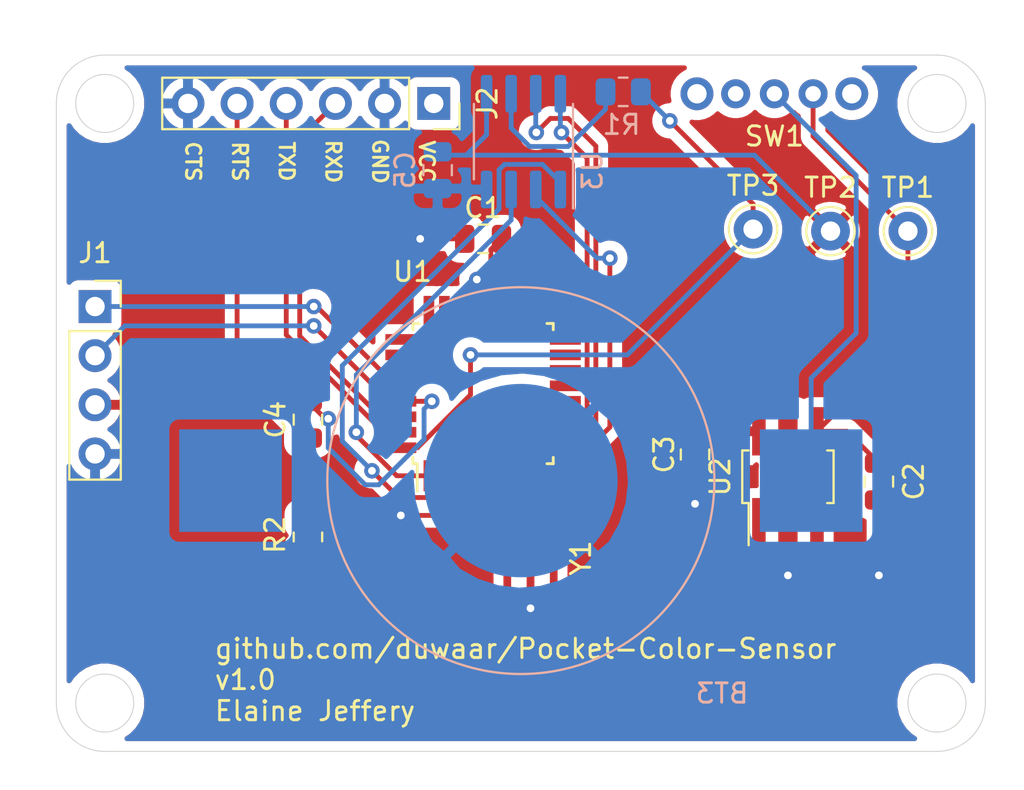
<source format=kicad_pcb>
(kicad_pcb (version 20171130) (host pcbnew 5.1.9+dfsg1-1+deb11u1)

  (general
    (thickness 1.6)
    (drawings 14)
    (tracks 153)
    (zones 0)
    (modules 18)
    (nets 35)
  )

  (page A4)
  (layers
    (0 F.Cu signal)
    (31 B.Cu signal)
    (32 B.Adhes user)
    (33 F.Adhes user)
    (34 B.Paste user)
    (35 F.Paste user)
    (36 B.SilkS user)
    (37 F.SilkS user)
    (38 B.Mask user)
    (39 F.Mask user)
    (40 Dwgs.User user)
    (41 Cmts.User user)
    (42 Eco1.User user)
    (43 Eco2.User user)
    (44 Edge.Cuts user)
    (45 Margin user)
    (46 B.CrtYd user)
    (47 F.CrtYd user)
    (48 B.Fab user)
    (49 F.Fab user)
  )

  (setup
    (last_trace_width 0.25)
    (trace_clearance 0.2)
    (zone_clearance 0.508)
    (zone_45_only no)
    (trace_min 0.2)
    (via_size 0.8)
    (via_drill 0.4)
    (via_min_size 0.4)
    (via_min_drill 0.3)
    (uvia_size 0.3)
    (uvia_drill 0.1)
    (uvias_allowed no)
    (uvia_min_size 0.2)
    (uvia_min_drill 0.1)
    (edge_width 0.05)
    (segment_width 0.2)
    (pcb_text_width 0.3)
    (pcb_text_size 1.5 1.5)
    (mod_edge_width 0.12)
    (mod_text_size 1 1)
    (mod_text_width 0.15)
    (pad_size 1.524 1.524)
    (pad_drill 0.762)
    (pad_to_mask_clearance 0)
    (aux_axis_origin 0 0)
    (visible_elements FFFFFF9F)
    (pcbplotparams
      (layerselection 0x010fc_ffffffff)
      (usegerberextensions false)
      (usegerberattributes true)
      (usegerberadvancedattributes true)
      (creategerberjobfile true)
      (excludeedgelayer true)
      (linewidth 0.100000)
      (plotframeref false)
      (viasonmask false)
      (mode 1)
      (useauxorigin false)
      (hpglpennumber 1)
      (hpglpenspeed 20)
      (hpglpendiameter 15.000000)
      (psnegative false)
      (psa4output false)
      (plotreference true)
      (plotvalue true)
      (plotinvisibletext false)
      (padsonsilk false)
      (subtractmaskfromsilk false)
      (outputformat 1)
      (mirror false)
      (drillshape 1)
      (scaleselection 1)
      (outputdirectory ""))
  )

  (net 0 "")
  (net 1 "Net-(BT3-Pad1)")
  (net 2 GND)
  (net 3 "Net-(C1-Pad1)")
  (net 4 "Net-(C2-Pad1)")
  (net 5 +5V)
  (net 6 RST)
  (net 7 "Net-(C4-Pad1)")
  (net 8 PIN_A5)
  (net 9 PIN_A4)
  (net 10 "PIN_1_(TX)")
  (net 11 "PIN_0_(RX)")
  (net 12 "Net-(J2-Pad1)")
  (net 13 "Net-(R1-Pad2)")
  (net 14 PIN_2)
  (net 15 "Net-(SW1-Pad1)")
  (net 16 "Net-(U1-Pad26)")
  (net 17 "Net-(U1-Pad25)")
  (net 18 "Net-(U1-Pad24)")
  (net 19 "Net-(U1-Pad23)")
  (net 20 "Net-(U1-Pad22)")
  (net 21 "Net-(U1-Pad19)")
  (net 22 "Net-(U1-Pad17)")
  (net 23 "Net-(U1-Pad16)")
  (net 24 "Net-(U1-Pad15)")
  (net 25 "Net-(U1-Pad14)")
  (net 26 "Net-(U1-Pad13)")
  (net 27 "Net-(U1-Pad12)")
  (net 28 PIN_7)
  (net 29 PIN_6)
  (net 30 PIN_5)
  (net 31 "Net-(U1-Pad8)")
  (net 32 "Net-(U1-Pad7)")
  (net 33 PIN_4)
  (net 34 PIN_3)

  (net_class Default "This is the default net class."
    (clearance 0.2)
    (trace_width 0.25)
    (via_dia 0.8)
    (via_drill 0.4)
    (uvia_dia 0.3)
    (uvia_drill 0.1)
    (add_net +5V)
    (add_net GND)
    (add_net "Net-(BT3-Pad1)")
    (add_net "Net-(C1-Pad1)")
    (add_net "Net-(C2-Pad1)")
    (add_net "Net-(C4-Pad1)")
    (add_net "Net-(J2-Pad1)")
    (add_net "Net-(R1-Pad2)")
    (add_net "Net-(SW1-Pad1)")
    (add_net "Net-(U1-Pad12)")
    (add_net "Net-(U1-Pad13)")
    (add_net "Net-(U1-Pad14)")
    (add_net "Net-(U1-Pad15)")
    (add_net "Net-(U1-Pad16)")
    (add_net "Net-(U1-Pad17)")
    (add_net "Net-(U1-Pad19)")
    (add_net "Net-(U1-Pad22)")
    (add_net "Net-(U1-Pad23)")
    (add_net "Net-(U1-Pad24)")
    (add_net "Net-(U1-Pad25)")
    (add_net "Net-(U1-Pad26)")
    (add_net "Net-(U1-Pad7)")
    (add_net "Net-(U1-Pad8)")
    (add_net "PIN_0_(RX)")
    (add_net "PIN_1_(TX)")
    (add_net PIN_2)
    (add_net PIN_3)
    (add_net PIN_4)
    (add_net PIN_5)
    (add_net PIN_6)
    (add_net PIN_7)
    (add_net PIN_A4)
    (add_net PIN_A5)
    (add_net RST)
  )

  (module color_sensor_electrical:SOT-89-5_Handsoldering (layer F.Cu) (tedit 64226D70) (tstamp 640D6CA0)
    (at 163.8 94.8 90)
    (descr "SOT-89-5, http://www.e-devices.ricoh.co.jp/en/products/product_power/pkg/sot-89-5.pdf")
    (tags SOT-89-5)
    (path /64117695)
    (attr smd)
    (fp_text reference U2 (at 0 -3.5 90) (layer F.SilkS)
      (effects (font (size 1 1) (thickness 0.15)))
    )
    (fp_text value S-1133B50-U5T1U (at 0 3.5 90) (layer F.Fab)
      (effects (font (size 1 1) (thickness 0.15)))
    )
    (fp_text user %R (at 0.5 0) (layer F.Fab)
      (effects (font (size 1 1) (thickness 0.15)))
    )
    (fp_line (start -3.85 2.5) (end -3.85 -2.5) (layer F.CrtYd) (width 0.05))
    (fp_line (start -3.85 2.5) (end 3.85 2.5) (layer F.CrtYd) (width 0.05))
    (fp_line (start 3.85 -2.5) (end -3.85 -2.5) (layer F.CrtYd) (width 0.05))
    (fp_line (start 3.85 -2.5) (end 3.85 2.5) (layer F.CrtYd) (width 0.05))
    (fp_line (start -0.25 -2.25) (end 1.25 -2.25) (layer F.Fab) (width 0.1))
    (fp_line (start -1.25 2.25) (end -1.25 -1.25) (layer F.Fab) (width 0.1))
    (fp_line (start 1.25 2.25) (end -1.25 2.25) (layer F.Fab) (width 0.1))
    (fp_line (start 1.25 -2.25) (end 1.25 2.25) (layer F.Fab) (width 0.1))
    (fp_line (start -1.25 -1.25) (end -0.25 -2.25) (layer F.Fab) (width 0.1))
    (fp_line (start -1.36 2.36) (end -1.36 2.03) (layer F.SilkS) (width 0.12))
    (fp_line (start -1.36 -2.36) (end -1.36 -2.03) (layer F.SilkS) (width 0.12))
    (fp_line (start -1.36 -2.36) (end 1.36 -2.36) (layer F.SilkS) (width 0.12))
    (fp_line (start 1.36 -2.36) (end 1.36 -2.03) (layer F.SilkS) (width 0.12))
    (fp_line (start -3.54 -2.03) (end -1.36 -2.03) (layer F.SilkS) (width 0.12))
    (fp_line (start 1.36 2.36) (end -1.36 2.36) (layer F.SilkS) (width 0.12))
    (fp_line (start 1.36 2.03) (end 1.36 2.36) (layer F.SilkS) (width 0.12))
    (pad 2 smd custom (at 0 0 90) (size 0.8 2) (layers F.Cu F.Paste F.Mask)
      (net 2 GND) (zone_connect 2)
      (options (clearance outline) (anchor rect))
      (primitives
        (gr_poly (pts
           (xy -3.6 -0.5) (xy -0.9 -0.5) (xy -0.4 -1) (xy 0.4 -1) (xy 0.9 -0.5)
           (xy 3.6 -0.5) (xy 3.6 0.5) (xy 0.9 0.5) (xy 0.4 1) (xy -0.4 1)
           (xy -0.9 0.5) (xy -3.6 0.5)) (width 0))
      ))
    (pad 3 smd rect (at -2.35 1.5 90) (size 2.5 0.7) (layers F.Cu F.Paste F.Mask)
      (net 2 GND))
    (pad 1 smd rect (at -2.35 -1.5 90) (size 2.5 0.7) (layers F.Cu F.Paste F.Mask))
    (pad 4 smd rect (at 2.35 1.5 90) (size 2.5 0.7) (layers F.Cu F.Paste F.Mask)
      (net 4 "Net-(C2-Pad1)"))
    (pad 5 smd rect (at 2.35 -1.5 90) (size 2.5 0.7) (layers F.Cu F.Paste F.Mask)
      (net 5 +5V))
    (model :color_sensor_3d_models:S1133_E.step
      (at (xyz 0 0 0))
      (scale (xyz 1 1 1))
      (rotate (xyz 0 0 90))
    )
  )

  (module Connector_PinSocket_2.54mm:PinSocket_1x04_P2.54mm_Vertical (layer F.Cu) (tedit 5A19A429) (tstamp 640E6A94)
    (at 128 86)
    (descr "Through hole straight socket strip, 1x04, 2.54mm pitch, single row (from Kicad 4.0.7), script generated")
    (tags "Through hole socket strip THT 1x04 2.54mm single row")
    (path /64132970)
    (fp_text reference J1 (at 0 -2.77) (layer F.SilkS)
      (effects (font (size 1 1) (thickness 0.15)))
    )
    (fp_text value OLED_header (at 0 10.39) (layer F.Fab)
      (effects (font (size 1 1) (thickness 0.15)))
    )
    (fp_text user %R (at 0 3.81 90) (layer F.Fab)
      (effects (font (size 1 1) (thickness 0.15)))
    )
    (fp_line (start -1.27 -1.27) (end 0.635 -1.27) (layer F.Fab) (width 0.1))
    (fp_line (start 0.635 -1.27) (end 1.27 -0.635) (layer F.Fab) (width 0.1))
    (fp_line (start 1.27 -0.635) (end 1.27 8.89) (layer F.Fab) (width 0.1))
    (fp_line (start 1.27 8.89) (end -1.27 8.89) (layer F.Fab) (width 0.1))
    (fp_line (start -1.27 8.89) (end -1.27 -1.27) (layer F.Fab) (width 0.1))
    (fp_line (start -1.33 1.27) (end 1.33 1.27) (layer F.SilkS) (width 0.12))
    (fp_line (start -1.33 1.27) (end -1.33 8.95) (layer F.SilkS) (width 0.12))
    (fp_line (start -1.33 8.95) (end 1.33 8.95) (layer F.SilkS) (width 0.12))
    (fp_line (start 1.33 1.27) (end 1.33 8.95) (layer F.SilkS) (width 0.12))
    (fp_line (start 1.33 -1.33) (end 1.33 0) (layer F.SilkS) (width 0.12))
    (fp_line (start 0 -1.33) (end 1.33 -1.33) (layer F.SilkS) (width 0.12))
    (fp_line (start -1.8 -1.8) (end 1.75 -1.8) (layer F.CrtYd) (width 0.05))
    (fp_line (start 1.75 -1.8) (end 1.75 9.4) (layer F.CrtYd) (width 0.05))
    (fp_line (start 1.75 9.4) (end -1.8 9.4) (layer F.CrtYd) (width 0.05))
    (fp_line (start -1.8 9.4) (end -1.8 -1.8) (layer F.CrtYd) (width 0.05))
    (pad 4 thru_hole oval (at 0 7.62) (size 1.7 1.7) (drill 1) (layers *.Cu *.Mask)
      (net 2 GND))
    (pad 3 thru_hole oval (at 0 5.08) (size 1.7 1.7) (drill 1) (layers *.Cu *.Mask)
      (net 5 +5V))
    (pad 2 thru_hole oval (at 0 2.54) (size 1.7 1.7) (drill 1) (layers *.Cu *.Mask)
      (net 8 PIN_A5))
    (pad 1 thru_hole rect (at 0 0) (size 1.7 1.7) (drill 1) (layers *.Cu *.Mask)
      (net 9 PIN_A4))
    (model ${KISYS3DMOD}/Connector_PinSocket_2.54mm.3dshapes/PinSocket_1x04_P2.54mm_Vertical.wrl
      (at (xyz 0 0 0))
      (scale (xyz 1 1 1))
      (rotate (xyz 0 0 0))
    )
  )

  (module Connector_PinSocket_2.54mm:PinSocket_1x06_P2.54mm_Vertical (layer F.Cu) (tedit 5A19A430) (tstamp 6417CE59)
    (at 145.5 75.5 270)
    (descr "Through hole straight socket strip, 1x06, 2.54mm pitch, single row (from Kicad 4.0.7), script generated")
    (tags "Through hole socket strip THT 1x06 2.54mm single row")
    (path /633FBF65)
    (fp_text reference J2 (at 0 -2.77 90) (layer F.SilkS)
      (effects (font (size 1 1) (thickness 0.15)))
    )
    (fp_text value FTDI_header (at 0 15.47 90) (layer F.Fab)
      (effects (font (size 1 1) (thickness 0.15)))
    )
    (fp_text user %R (at 0 6.35) (layer F.Fab)
      (effects (font (size 1 1) (thickness 0.15)))
    )
    (fp_line (start -1.27 -1.27) (end 0.635 -1.27) (layer F.Fab) (width 0.1))
    (fp_line (start 0.635 -1.27) (end 1.27 -0.635) (layer F.Fab) (width 0.1))
    (fp_line (start 1.27 -0.635) (end 1.27 13.97) (layer F.Fab) (width 0.1))
    (fp_line (start 1.27 13.97) (end -1.27 13.97) (layer F.Fab) (width 0.1))
    (fp_line (start -1.27 13.97) (end -1.27 -1.27) (layer F.Fab) (width 0.1))
    (fp_line (start -1.33 1.27) (end 1.33 1.27) (layer F.SilkS) (width 0.12))
    (fp_line (start -1.33 1.27) (end -1.33 14.03) (layer F.SilkS) (width 0.12))
    (fp_line (start -1.33 14.03) (end 1.33 14.03) (layer F.SilkS) (width 0.12))
    (fp_line (start 1.33 1.27) (end 1.33 14.03) (layer F.SilkS) (width 0.12))
    (fp_line (start 1.33 -1.33) (end 1.33 0) (layer F.SilkS) (width 0.12))
    (fp_line (start 0 -1.33) (end 1.33 -1.33) (layer F.SilkS) (width 0.12))
    (fp_line (start -1.8 -1.8) (end 1.75 -1.8) (layer F.CrtYd) (width 0.05))
    (fp_line (start 1.75 -1.8) (end 1.75 14.45) (layer F.CrtYd) (width 0.05))
    (fp_line (start 1.75 14.45) (end -1.8 14.45) (layer F.CrtYd) (width 0.05))
    (fp_line (start -1.8 14.45) (end -1.8 -1.8) (layer F.CrtYd) (width 0.05))
    (pad 6 thru_hole oval (at 0 12.7 270) (size 1.7 1.7) (drill 1) (layers *.Cu *.Mask)
      (net 2 GND))
    (pad 5 thru_hole oval (at 0 10.16 270) (size 1.7 1.7) (drill 1) (layers *.Cu *.Mask)
      (net 7 "Net-(C4-Pad1)"))
    (pad 4 thru_hole oval (at 0 7.62 270) (size 1.7 1.7) (drill 1) (layers *.Cu *.Mask)
      (net 10 "PIN_1_(TX)"))
    (pad 3 thru_hole oval (at 0 5.08 270) (size 1.7 1.7) (drill 1) (layers *.Cu *.Mask)
      (net 11 "PIN_0_(RX)"))
    (pad 2 thru_hole oval (at 0 2.54 270) (size 1.7 1.7) (drill 1) (layers *.Cu *.Mask)
      (net 2 GND))
    (pad 1 thru_hole rect (at 0 0 270) (size 1.7 1.7) (drill 1) (layers *.Cu *.Mask)
      (net 12 "Net-(J2-Pad1)"))
    (model ${KISYS3DMOD}/Connector_PinSocket_2.54mm.3dshapes/PinSocket_1x06_P2.54mm_Vertical.wrl
      (at (xyz 0 0 0))
      (scale (xyz 1 1 1))
      (rotate (xyz 0 0 0))
    )
  )

  (module color_sensor_electrical:Resonator_CSTNE20M0V530000R0_smd_hand-solder (layer F.Cu) (tedit 641766F6) (tstamp 640D889B)
    (at 150.5 99 180)
    (path /634CB4BB)
    (fp_text reference Y1 (at -2.6 0 270) (layer F.SilkS)
      (effects (font (size 1 1) (thickness 0.15)))
    )
    (fp_text value Resonator (at 0 -5 180) (layer F.Fab)
      (effects (font (size 1 1) (thickness 0.15)))
    )
    (pad 3 smd rect (at 1.2 0 180) (size 0.4 3.5) (layers F.Cu F.Paste F.Mask)
      (net 32 "Net-(U1-Pad7)"))
    (pad 2 smd rect (at 0 0 180) (size 0.4 3.5) (layers F.Cu F.Paste F.Mask)
      (net 2 GND))
    (pad 1 smd rect (at -1.2 0 180) (size 0.4 3.5) (layers F.Cu F.Paste F.Mask)
      (net 31 "Net-(U1-Pad8)"))
  )

  (module color_sensor_electrical:Battery_holder_2xCR2032_smd (layer B.Cu) (tedit 641763CD) (tstamp 640E6E55)
    (at 150 95)
    (path /6342FC26)
    (fp_text reference BT3 (at 10.4 11) (layer B.SilkS)
      (effects (font (size 1 1) (thickness 0.15)) (justify mirror))
    )
    (fp_text value "Battery holder" (at 0 14) (layer B.Fab)
      (effects (font (size 1 1) (thickness 0.15)) (justify mirror))
    )
    (fp_circle (center 0 0) (end 10 0) (layer B.SilkS) (width 0.12))
    (pad 1 smd rect (at 15 0) (size 5.3 5.3) (layers B.Cu B.Paste B.Mask)
      (net 1 "Net-(BT3-Pad1)"))
    (pad 1 smd rect (at -15 0) (size 5.3 5.3) (layers B.Cu B.Paste B.Mask)
      (net 1 "Net-(BT3-Pad1)"))
    (pad 2 smd circle (at 0 0) (size 10 10) (layers B.Cu B.Paste B.Mask)
      (net 2 GND))
  )

  (module Package_SO:SOIC-8_3.9x4.9mm_P1.27mm (layer B.Cu) (tedit 5D9F72B1) (tstamp 640D86E3)
    (at 150.135 77.475 90)
    (descr "SOIC, 8 Pin (JEDEC MS-012AA, https://www.analog.com/media/en/package-pcb-resources/package/pkg_pdf/soic_narrow-r/r_8.pdf), generated with kicad-footprint-generator ipc_gullwing_generator.py")
    (tags "SOIC SO")
    (path /633A5858)
    (attr smd)
    (fp_text reference U3 (at -1.525 3.565 90) (layer B.SilkS)
      (effects (font (size 1 1) (thickness 0.15)) (justify mirror))
    )
    (fp_text value TCS3200D-TR (at 0 -3.4 90) (layer B.Fab)
      (effects (font (size 1 1) (thickness 0.15)) (justify mirror))
    )
    (fp_line (start 3.7 2.7) (end -3.7 2.7) (layer B.CrtYd) (width 0.05))
    (fp_line (start 3.7 -2.7) (end 3.7 2.7) (layer B.CrtYd) (width 0.05))
    (fp_line (start -3.7 -2.7) (end 3.7 -2.7) (layer B.CrtYd) (width 0.05))
    (fp_line (start -3.7 2.7) (end -3.7 -2.7) (layer B.CrtYd) (width 0.05))
    (fp_line (start -1.95 1.475) (end -0.975 2.45) (layer B.Fab) (width 0.1))
    (fp_line (start -1.95 -2.45) (end -1.95 1.475) (layer B.Fab) (width 0.1))
    (fp_line (start 1.95 -2.45) (end -1.95 -2.45) (layer B.Fab) (width 0.1))
    (fp_line (start 1.95 2.45) (end 1.95 -2.45) (layer B.Fab) (width 0.1))
    (fp_line (start -0.975 2.45) (end 1.95 2.45) (layer B.Fab) (width 0.1))
    (fp_line (start 0 2.56) (end -3.45 2.56) (layer B.SilkS) (width 0.12))
    (fp_line (start 0 2.56) (end 1.95 2.56) (layer B.SilkS) (width 0.12))
    (fp_line (start 0 -2.56) (end -1.95 -2.56) (layer B.SilkS) (width 0.12))
    (fp_line (start 0 -2.56) (end 1.95 -2.56) (layer B.SilkS) (width 0.12))
    (fp_text user %R (at 0 0 90) (layer B.Fab)
      (effects (font (size 0.98 0.98) (thickness 0.15)) (justify mirror))
    )
    (pad 8 smd roundrect (at 2.475 1.905 90) (size 1.95 0.6) (layers B.Cu B.Paste B.Mask) (roundrect_rratio 0.25)
      (net 28 PIN_7))
    (pad 7 smd roundrect (at 2.475 0.635 90) (size 1.95 0.6) (layers B.Cu B.Paste B.Mask) (roundrect_rratio 0.25)
      (net 29 PIN_6))
    (pad 6 smd roundrect (at 2.475 -0.635 90) (size 1.95 0.6) (layers B.Cu B.Paste B.Mask) (roundrect_rratio 0.25)
      (net 13 "Net-(R1-Pad2)"))
    (pad 5 smd roundrect (at 2.475 -1.905 90) (size 1.95 0.6) (layers B.Cu B.Paste B.Mask) (roundrect_rratio 0.25)
      (net 5 +5V))
    (pad 4 smd roundrect (at -2.475 -1.905 90) (size 1.95 0.6) (layers B.Cu B.Paste B.Mask) (roundrect_rratio 0.25)
      (net 2 GND))
    (pad 3 smd roundrect (at -2.475 -0.635 90) (size 1.95 0.6) (layers B.Cu B.Paste B.Mask) (roundrect_rratio 0.25)
      (net 34 PIN_3))
    (pad 2 smd roundrect (at -2.475 0.635 90) (size 1.95 0.6) (layers B.Cu B.Paste B.Mask) (roundrect_rratio 0.25)
      (net 30 PIN_5))
    (pad 1 smd roundrect (at -2.475 1.905 90) (size 1.95 0.6) (layers B.Cu B.Paste B.Mask) (roundrect_rratio 0.25)
      (net 33 PIN_4))
    (model ${KISYS3DMOD}/Package_SO.3dshapes/SOIC-8_3.9x4.9mm_P1.27mm.wrl
      (at (xyz 0 0 0))
      (scale (xyz 1 1 1))
      (rotate (xyz 0 0 0))
    )
  )

  (module Package_QFP:TQFP-32_7x7mm_P0.8mm (layer F.Cu) (tedit 5A02F146) (tstamp 640D6C86)
    (at 148.05 90.5 90)
    (descr "32-Lead Plastic Thin Quad Flatpack (PT) - 7x7x1.0 mm Body, 2.00 mm [TQFP] (see Microchip Packaging Specification 00000049BS.pdf)")
    (tags "QFP 0.8")
    (path /6338F79B)
    (attr smd)
    (fp_text reference U1 (at 6.3 -3.65 180) (layer F.SilkS)
      (effects (font (size 1 1) (thickness 0.15)))
    )
    (fp_text value ATmega328P-AU (at 0 6.05 90) (layer F.Fab)
      (effects (font (size 1 1) (thickness 0.15)))
    )
    (fp_line (start -3.625 -3.4) (end -5.05 -3.4) (layer F.SilkS) (width 0.15))
    (fp_line (start 3.625 -3.625) (end 3.3 -3.625) (layer F.SilkS) (width 0.15))
    (fp_line (start 3.625 3.625) (end 3.3 3.625) (layer F.SilkS) (width 0.15))
    (fp_line (start -3.625 3.625) (end -3.3 3.625) (layer F.SilkS) (width 0.15))
    (fp_line (start -3.625 -3.625) (end -3.3 -3.625) (layer F.SilkS) (width 0.15))
    (fp_line (start -3.625 3.625) (end -3.625 3.3) (layer F.SilkS) (width 0.15))
    (fp_line (start 3.625 3.625) (end 3.625 3.3) (layer F.SilkS) (width 0.15))
    (fp_line (start 3.625 -3.625) (end 3.625 -3.3) (layer F.SilkS) (width 0.15))
    (fp_line (start -3.625 -3.625) (end -3.625 -3.4) (layer F.SilkS) (width 0.15))
    (fp_line (start -5.3 5.3) (end 5.3 5.3) (layer F.CrtYd) (width 0.05))
    (fp_line (start -5.3 -5.3) (end 5.3 -5.3) (layer F.CrtYd) (width 0.05))
    (fp_line (start 5.3 -5.3) (end 5.3 5.3) (layer F.CrtYd) (width 0.05))
    (fp_line (start -5.3 -5.3) (end -5.3 5.3) (layer F.CrtYd) (width 0.05))
    (fp_line (start -3.5 -2.5) (end -2.5 -3.5) (layer F.Fab) (width 0.15))
    (fp_line (start -3.5 3.5) (end -3.5 -2.5) (layer F.Fab) (width 0.15))
    (fp_line (start 3.5 3.5) (end -3.5 3.5) (layer F.Fab) (width 0.15))
    (fp_line (start 3.5 -3.5) (end 3.5 3.5) (layer F.Fab) (width 0.15))
    (fp_line (start -2.5 -3.5) (end 3.5 -3.5) (layer F.Fab) (width 0.15))
    (fp_text user %R (at 0 0 90) (layer F.Fab)
      (effects (font (size 1 1) (thickness 0.15)))
    )
    (pad 32 smd rect (at -2.8 -4.25 180) (size 1.6 0.55) (layers F.Cu F.Paste F.Mask)
      (net 14 PIN_2))
    (pad 31 smd rect (at -2 -4.25 180) (size 1.6 0.55) (layers F.Cu F.Paste F.Mask)
      (net 10 "PIN_1_(TX)"))
    (pad 30 smd rect (at -1.2 -4.25 180) (size 1.6 0.55) (layers F.Cu F.Paste F.Mask)
      (net 11 "PIN_0_(RX)"))
    (pad 29 smd rect (at -0.4 -4.25 180) (size 1.6 0.55) (layers F.Cu F.Paste F.Mask)
      (net 6 RST))
    (pad 28 smd rect (at 0.4 -4.25 180) (size 1.6 0.55) (layers F.Cu F.Paste F.Mask)
      (net 8 PIN_A5))
    (pad 27 smd rect (at 1.2 -4.25 180) (size 1.6 0.55) (layers F.Cu F.Paste F.Mask)
      (net 9 PIN_A4))
    (pad 26 smd rect (at 2 -4.25 180) (size 1.6 0.55) (layers F.Cu F.Paste F.Mask)
      (net 16 "Net-(U1-Pad26)"))
    (pad 25 smd rect (at 2.8 -4.25 180) (size 1.6 0.55) (layers F.Cu F.Paste F.Mask)
      (net 17 "Net-(U1-Pad25)"))
    (pad 24 smd rect (at 4.25 -2.8 90) (size 1.6 0.55) (layers F.Cu F.Paste F.Mask)
      (net 18 "Net-(U1-Pad24)"))
    (pad 23 smd rect (at 4.25 -2 90) (size 1.6 0.55) (layers F.Cu F.Paste F.Mask)
      (net 19 "Net-(U1-Pad23)"))
    (pad 22 smd rect (at 4.25 -1.2 90) (size 1.6 0.55) (layers F.Cu F.Paste F.Mask)
      (net 20 "Net-(U1-Pad22)"))
    (pad 21 smd rect (at 4.25 -0.4 90) (size 1.6 0.55) (layers F.Cu F.Paste F.Mask)
      (net 2 GND))
    (pad 20 smd rect (at 4.25 0.4 90) (size 1.6 0.55) (layers F.Cu F.Paste F.Mask)
      (net 3 "Net-(C1-Pad1)"))
    (pad 19 smd rect (at 4.25 1.2 90) (size 1.6 0.55) (layers F.Cu F.Paste F.Mask)
      (net 21 "Net-(U1-Pad19)"))
    (pad 18 smd rect (at 4.25 2 90) (size 1.6 0.55) (layers F.Cu F.Paste F.Mask)
      (net 5 +5V))
    (pad 17 smd rect (at 4.25 2.8 90) (size 1.6 0.55) (layers F.Cu F.Paste F.Mask)
      (net 22 "Net-(U1-Pad17)"))
    (pad 16 smd rect (at 2.8 4.25 180) (size 1.6 0.55) (layers F.Cu F.Paste F.Mask)
      (net 23 "Net-(U1-Pad16)"))
    (pad 15 smd rect (at 2 4.25 180) (size 1.6 0.55) (layers F.Cu F.Paste F.Mask)
      (net 24 "Net-(U1-Pad15)"))
    (pad 14 smd rect (at 1.2 4.25 180) (size 1.6 0.55) (layers F.Cu F.Paste F.Mask)
      (net 25 "Net-(U1-Pad14)"))
    (pad 13 smd rect (at 0.4 4.25 180) (size 1.6 0.55) (layers F.Cu F.Paste F.Mask)
      (net 26 "Net-(U1-Pad13)"))
    (pad 12 smd rect (at -0.4 4.25 180) (size 1.6 0.55) (layers F.Cu F.Paste F.Mask)
      (net 27 "Net-(U1-Pad12)"))
    (pad 11 smd rect (at -1.2 4.25 180) (size 1.6 0.55) (layers F.Cu F.Paste F.Mask)
      (net 28 PIN_7))
    (pad 10 smd rect (at -2 4.25 180) (size 1.6 0.55) (layers F.Cu F.Paste F.Mask)
      (net 29 PIN_6))
    (pad 9 smd rect (at -2.8 4.25 180) (size 1.6 0.55) (layers F.Cu F.Paste F.Mask)
      (net 30 PIN_5))
    (pad 8 smd rect (at -4.25 2.8 90) (size 1.6 0.55) (layers F.Cu F.Paste F.Mask)
      (net 31 "Net-(U1-Pad8)"))
    (pad 7 smd rect (at -4.25 2 90) (size 1.6 0.55) (layers F.Cu F.Paste F.Mask)
      (net 32 "Net-(U1-Pad7)"))
    (pad 6 smd rect (at -4.25 1.2 90) (size 1.6 0.55) (layers F.Cu F.Paste F.Mask)
      (net 5 +5V))
    (pad 5 smd rect (at -4.25 0.4 90) (size 1.6 0.55) (layers F.Cu F.Paste F.Mask)
      (net 2 GND))
    (pad 4 smd rect (at -4.25 -0.4 90) (size 1.6 0.55) (layers F.Cu F.Paste F.Mask)
      (net 5 +5V))
    (pad 3 smd rect (at -4.25 -1.2 90) (size 1.6 0.55) (layers F.Cu F.Paste F.Mask)
      (net 2 GND))
    (pad 2 smd rect (at -4.25 -2 90) (size 1.6 0.55) (layers F.Cu F.Paste F.Mask)
      (net 33 PIN_4))
    (pad 1 smd rect (at -4.25 -2.8 90) (size 1.6 0.55) (layers F.Cu F.Paste F.Mask)
      (net 34 PIN_3))
    (model ${KISYS3DMOD}/Package_QFP.3dshapes/TQFP-32_7x7mm_P0.8mm.wrl
      (at (xyz 0 0 0))
      (scale (xyz 1 1 1))
      (rotate (xyz 0 0 0))
    )
  )

  (module Connector_Pin:Pin_D1.0mm_L10.0mm (layer F.Cu) (tedit 5A1DC084) (tstamp 640D8AB6)
    (at 162 82 180)
    (descr "solder Pin_ diameter 1.0mm, hole diameter 1.0mm (press fit), length 10.0mm")
    (tags "solder Pin_ press fit")
    (path /642F63CD)
    (fp_text reference TP3 (at 0 2.25) (layer F.SilkS)
      (effects (font (size 1 1) (thickness 0.15)))
    )
    (fp_text value TestPoint (at 0 -2.05) (layer F.Fab)
      (effects (font (size 1 1) (thickness 0.15)))
    )
    (fp_circle (center 0 0) (end 1.25 0.05) (layer F.SilkS) (width 0.12))
    (fp_circle (center 0 0) (end 1 0) (layer F.Fab) (width 0.12))
    (fp_circle (center 0 0) (end 0.5 0) (layer F.Fab) (width 0.12))
    (fp_circle (center 0 0) (end 1.5 0) (layer F.CrtYd) (width 0.05))
    (fp_text user %R (at 0 2.25) (layer F.Fab)
      (effects (font (size 1 1) (thickness 0.15)))
    )
    (pad 1 thru_hole circle (at 0 0 180) (size 2 2) (drill 1) (layers *.Cu *.Mask)
      (net 14 PIN_2))
    (model ${KISYS3DMOD}/Connector_Pin.3dshapes/Pin_D1.0mm_L10.0mm.wrl
      (at (xyz 0 0 0))
      (scale (xyz 1 1 1))
      (rotate (xyz 0 0 0))
    )
  )

  (module Connector_Pin:Pin_D1.0mm_L10.0mm (layer F.Cu) (tedit 5A1DC084) (tstamp 640D6C45)
    (at 166 82.1 180)
    (descr "solder Pin_ diameter 1.0mm, hole diameter 1.0mm (press fit), length 10.0mm")
    (tags "solder Pin_ press fit")
    (path /640F3063)
    (fp_text reference TP2 (at 0 2.25) (layer F.SilkS)
      (effects (font (size 1 1) (thickness 0.15)))
    )
    (fp_text value TestPoint (at 0 -2.05) (layer F.Fab)
      (effects (font (size 1 1) (thickness 0.15)))
    )
    (fp_circle (center 0 0) (end 1.25 0.05) (layer F.SilkS) (width 0.12))
    (fp_circle (center 0 0) (end 1 0) (layer F.Fab) (width 0.12))
    (fp_circle (center 0 0) (end 0.5 0) (layer F.Fab) (width 0.12))
    (fp_circle (center 0 0) (end 1.5 0) (layer F.CrtYd) (width 0.05))
    (fp_text user %R (at 0 2.25) (layer F.Fab)
      (effects (font (size 1 1) (thickness 0.15)))
    )
    (pad 1 thru_hole circle (at 0 0 180) (size 2 2) (drill 1) (layers *.Cu *.Mask)
      (net 5 +5V))
    (model ${KISYS3DMOD}/Connector_Pin.3dshapes/Pin_D1.0mm_L10.0mm.wrl
      (at (xyz 0 0 0))
      (scale (xyz 1 1 1))
      (rotate (xyz 0 0 0))
    )
  )

  (module Connector_Pin:Pin_D1.0mm_L10.0mm (layer F.Cu) (tedit 5A1DC084) (tstamp 640D6C3B)
    (at 170 82.1 180)
    (descr "solder Pin_ diameter 1.0mm, hole diameter 1.0mm (press fit), length 10.0mm")
    (tags "solder Pin_ press fit")
    (path /640F1EED)
    (fp_text reference TP1 (at 0 2.25) (layer F.SilkS)
      (effects (font (size 1 1) (thickness 0.15)))
    )
    (fp_text value TestPoint (at 0 -2.05) (layer F.Fab)
      (effects (font (size 1 1) (thickness 0.15)))
    )
    (fp_circle (center 0 0) (end 1.25 0.05) (layer F.SilkS) (width 0.12))
    (fp_circle (center 0 0) (end 1 0) (layer F.Fab) (width 0.12))
    (fp_circle (center 0 0) (end 0.5 0) (layer F.Fab) (width 0.12))
    (fp_circle (center 0 0) (end 1.5 0) (layer F.CrtYd) (width 0.05))
    (fp_text user %R (at 0 2.25) (layer F.Fab)
      (effects (font (size 1 1) (thickness 0.15)))
    )
    (pad 1 thru_hole circle (at 0 0 180) (size 2 2) (drill 1) (layers *.Cu *.Mask)
      (net 4 "Net-(C2-Pad1)"))
    (model ${KISYS3DMOD}/Connector_Pin.3dshapes/Pin_D1.0mm_L10.0mm.wrl
      (at (xyz 0 0 0))
      (scale (xyz 1 1 1))
      (rotate (xyz 0 0 0))
    )
  )

  (module color_sensor_electrical:Switch_1825232-1_SPDT (layer F.Cu) (tedit 640D510A) (tstamp 640D6C31)
    (at 163.1 75)
    (path /6430F69B)
    (fp_text reference SW1 (at 0 2.2) (layer F.SilkS)
      (effects (font (size 1 1) (thickness 0.15)))
    )
    (fp_text value SW_SPDT (at 0 -4) (layer F.Fab)
      (effects (font (size 1 1) (thickness 0.15)))
    )
    (pad 4 thru_hole circle (at 4 0) (size 1.7 1.7) (drill 1) (layers *.Cu *.Mask))
    (pad 4 thru_hole circle (at -4 0) (size 1.7 1.7) (drill 1) (layers *.Cu *.Mask))
    (pad 3 thru_hole circle (at 2 0) (size 1.5 1.5) (drill 0.8) (layers *.Cu *.Mask)
      (net 4 "Net-(C2-Pad1)"))
    (pad 1 thru_hole circle (at -2 0) (size 1.5 1.5) (drill 0.8) (layers *.Cu *.Mask)
      (net 15 "Net-(SW1-Pad1)"))
    (pad 2 thru_hole circle (at 0 0) (size 1.5 1.5) (drill 0.8) (layers *.Cu *.Mask)
      (net 1 "Net-(BT3-Pad1)"))
  )

  (module Resistor_SMD:R_0805_2012Metric (layer F.Cu) (tedit 5F68FEEE) (tstamp 640D6C28)
    (at 139 97.9125 270)
    (descr "Resistor SMD 0805 (2012 Metric), square (rectangular) end terminal, IPC_7351 nominal, (Body size source: IPC-SM-782 page 72, https://www.pcb-3d.com/wordpress/wp-content/uploads/ipc-sm-782a_amendment_1_and_2.pdf), generated with kicad-footprint-generator")
    (tags resistor)
    (path /634ADE47)
    (attr smd)
    (fp_text reference R2 (at -0.1125 1.7 90) (layer F.SilkS)
      (effects (font (size 1 1) (thickness 0.15)))
    )
    (fp_text value 10k (at 0 1.65 90) (layer F.Fab)
      (effects (font (size 1 1) (thickness 0.15)))
    )
    (fp_line (start 1.68 0.95) (end -1.68 0.95) (layer F.CrtYd) (width 0.05))
    (fp_line (start 1.68 -0.95) (end 1.68 0.95) (layer F.CrtYd) (width 0.05))
    (fp_line (start -1.68 -0.95) (end 1.68 -0.95) (layer F.CrtYd) (width 0.05))
    (fp_line (start -1.68 0.95) (end -1.68 -0.95) (layer F.CrtYd) (width 0.05))
    (fp_line (start -0.227064 0.735) (end 0.227064 0.735) (layer F.SilkS) (width 0.12))
    (fp_line (start -0.227064 -0.735) (end 0.227064 -0.735) (layer F.SilkS) (width 0.12))
    (fp_line (start 1 0.625) (end -1 0.625) (layer F.Fab) (width 0.1))
    (fp_line (start 1 -0.625) (end 1 0.625) (layer F.Fab) (width 0.1))
    (fp_line (start -1 -0.625) (end 1 -0.625) (layer F.Fab) (width 0.1))
    (fp_line (start -1 0.625) (end -1 -0.625) (layer F.Fab) (width 0.1))
    (fp_text user %R (at 0 0 90) (layer F.Fab)
      (effects (font (size 0.5 0.5) (thickness 0.08)))
    )
    (pad 2 smd roundrect (at 0.9125 0 270) (size 1.025 1.4) (layers F.Cu F.Paste F.Mask) (roundrect_rratio 0.243902)
      (net 5 +5V))
    (pad 1 smd roundrect (at -0.9125 0 270) (size 1.025 1.4) (layers F.Cu F.Paste F.Mask) (roundrect_rratio 0.243902)
      (net 7 "Net-(C4-Pad1)"))
    (model ${KISYS3DMOD}/Resistor_SMD.3dshapes/R_0805_2012Metric.wrl
      (at (xyz 0 0 0))
      (scale (xyz 1 1 1))
      (rotate (xyz 0 0 0))
    )
  )

  (module Resistor_SMD:R_0805_2012Metric (layer B.Cu) (tedit 5F68FEEE) (tstamp 640D6C17)
    (at 155.2875 74.9 180)
    (descr "Resistor SMD 0805 (2012 Metric), square (rectangular) end terminal, IPC_7351 nominal, (Body size source: IPC-SM-782 page 72, https://www.pcb-3d.com/wordpress/wp-content/uploads/ipc-sm-782a_amendment_1_and_2.pdf), generated with kicad-footprint-generator")
    (tags resistor)
    (path /63422CB9)
    (attr smd)
    (fp_text reference R1 (at 0.0875 -1.7 180) (layer B.SilkS)
      (effects (font (size 1 1) (thickness 0.15)) (justify mirror))
    )
    (fp_text value 1k (at 0 -1.65 180) (layer B.Fab)
      (effects (font (size 1 1) (thickness 0.15)) (justify mirror))
    )
    (fp_line (start 1.68 -0.95) (end -1.68 -0.95) (layer B.CrtYd) (width 0.05))
    (fp_line (start 1.68 0.95) (end 1.68 -0.95) (layer B.CrtYd) (width 0.05))
    (fp_line (start -1.68 0.95) (end 1.68 0.95) (layer B.CrtYd) (width 0.05))
    (fp_line (start -1.68 -0.95) (end -1.68 0.95) (layer B.CrtYd) (width 0.05))
    (fp_line (start -0.227064 -0.735) (end 0.227064 -0.735) (layer B.SilkS) (width 0.12))
    (fp_line (start -0.227064 0.735) (end 0.227064 0.735) (layer B.SilkS) (width 0.12))
    (fp_line (start 1 -0.625) (end -1 -0.625) (layer B.Fab) (width 0.1))
    (fp_line (start 1 0.625) (end 1 -0.625) (layer B.Fab) (width 0.1))
    (fp_line (start -1 0.625) (end 1 0.625) (layer B.Fab) (width 0.1))
    (fp_line (start -1 -0.625) (end -1 0.625) (layer B.Fab) (width 0.1))
    (fp_text user %R (at 0 0 180) (layer B.Fab)
      (effects (font (size 0.5 0.5) (thickness 0.08)) (justify mirror))
    )
    (pad 2 smd roundrect (at 0.9125 0 180) (size 1.025 1.4) (layers B.Cu B.Paste B.Mask) (roundrect_rratio 0.243902)
      (net 13 "Net-(R1-Pad2)"))
    (pad 1 smd roundrect (at -0.9125 0 180) (size 1.025 1.4) (layers B.Cu B.Paste B.Mask) (roundrect_rratio 0.243902)
      (net 14 PIN_2))
    (model ${KISYS3DMOD}/Resistor_SMD.3dshapes/R_0805_2012Metric.wrl
      (at (xyz 0 0 0))
      (scale (xyz 1 1 1))
      (rotate (xyz 0 0 0))
    )
  )

  (module Capacitor_SMD:C_0805_2012Metric (layer B.Cu) (tedit 5F68FEEE) (tstamp 640D6BCE)
    (at 145.7 78.95 270)
    (descr "Capacitor SMD 0805 (2012 Metric), square (rectangular) end terminal, IPC_7351 nominal, (Body size source: IPC-SM-782 page 76, https://www.pcb-3d.com/wordpress/wp-content/uploads/ipc-sm-782a_amendment_1_and_2.pdf, https://docs.google.com/spreadsheets/d/1BsfQQcO9C6DZCsRaXUlFlo91Tg2WpOkGARC1WS5S8t0/edit?usp=sharing), generated with kicad-footprint-generator")
    (tags capacitor)
    (path /641EC298)
    (attr smd)
    (fp_text reference C5 (at 0 1.68 90) (layer B.SilkS)
      (effects (font (size 1 1) (thickness 0.15)) (justify mirror))
    )
    (fp_text value "1 uF" (at 0 -1.68 90) (layer B.Fab)
      (effects (font (size 1 1) (thickness 0.15)) (justify mirror))
    )
    (fp_line (start 1.7 -0.98) (end -1.7 -0.98) (layer B.CrtYd) (width 0.05))
    (fp_line (start 1.7 0.98) (end 1.7 -0.98) (layer B.CrtYd) (width 0.05))
    (fp_line (start -1.7 0.98) (end 1.7 0.98) (layer B.CrtYd) (width 0.05))
    (fp_line (start -1.7 -0.98) (end -1.7 0.98) (layer B.CrtYd) (width 0.05))
    (fp_line (start -0.261252 -0.735) (end 0.261252 -0.735) (layer B.SilkS) (width 0.12))
    (fp_line (start -0.261252 0.735) (end 0.261252 0.735) (layer B.SilkS) (width 0.12))
    (fp_line (start 1 -0.625) (end -1 -0.625) (layer B.Fab) (width 0.1))
    (fp_line (start 1 0.625) (end 1 -0.625) (layer B.Fab) (width 0.1))
    (fp_line (start -1 0.625) (end 1 0.625) (layer B.Fab) (width 0.1))
    (fp_line (start -1 -0.625) (end -1 0.625) (layer B.Fab) (width 0.1))
    (fp_text user %R (at 0 0 90) (layer B.Fab)
      (effects (font (size 0.5 0.5) (thickness 0.08)) (justify mirror))
    )
    (pad 2 smd roundrect (at 0.95 0 270) (size 1 1.45) (layers B.Cu B.Paste B.Mask) (roundrect_rratio 0.25)
      (net 2 GND))
    (pad 1 smd roundrect (at -0.95 0 270) (size 1 1.45) (layers B.Cu B.Paste B.Mask) (roundrect_rratio 0.25)
      (net 5 +5V))
    (model ${KISYS3DMOD}/Capacitor_SMD.3dshapes/C_0805_2012Metric.wrl
      (at (xyz 0 0 0))
      (scale (xyz 1 1 1))
      (rotate (xyz 0 0 0))
    )
  )

  (module Capacitor_SMD:C_0805_2012Metric (layer F.Cu) (tedit 5F68FEEE) (tstamp 640D6BBD)
    (at 139 91.85 90)
    (descr "Capacitor SMD 0805 (2012 Metric), square (rectangular) end terminal, IPC_7351 nominal, (Body size source: IPC-SM-782 page 76, https://www.pcb-3d.com/wordpress/wp-content/uploads/ipc-sm-782a_amendment_1_and_2.pdf, https://docs.google.com/spreadsheets/d/1BsfQQcO9C6DZCsRaXUlFlo91Tg2WpOkGARC1WS5S8t0/edit?usp=sharing), generated with kicad-footprint-generator")
    (tags capacitor)
    (path /635036CC)
    (attr smd)
    (fp_text reference C4 (at 0 -1.68 90) (layer F.SilkS)
      (effects (font (size 1 1) (thickness 0.15)))
    )
    (fp_text value "1 uF" (at 0 1.68 90) (layer F.Fab)
      (effects (font (size 1 1) (thickness 0.15)))
    )
    (fp_line (start 1.7 0.98) (end -1.7 0.98) (layer F.CrtYd) (width 0.05))
    (fp_line (start 1.7 -0.98) (end 1.7 0.98) (layer F.CrtYd) (width 0.05))
    (fp_line (start -1.7 -0.98) (end 1.7 -0.98) (layer F.CrtYd) (width 0.05))
    (fp_line (start -1.7 0.98) (end -1.7 -0.98) (layer F.CrtYd) (width 0.05))
    (fp_line (start -0.261252 0.735) (end 0.261252 0.735) (layer F.SilkS) (width 0.12))
    (fp_line (start -0.261252 -0.735) (end 0.261252 -0.735) (layer F.SilkS) (width 0.12))
    (fp_line (start 1 0.625) (end -1 0.625) (layer F.Fab) (width 0.1))
    (fp_line (start 1 -0.625) (end 1 0.625) (layer F.Fab) (width 0.1))
    (fp_line (start -1 -0.625) (end 1 -0.625) (layer F.Fab) (width 0.1))
    (fp_line (start -1 0.625) (end -1 -0.625) (layer F.Fab) (width 0.1))
    (fp_text user %R (at 0 0 90) (layer F.Fab)
      (effects (font (size 0.5 0.5) (thickness 0.08)))
    )
    (pad 2 smd roundrect (at 0.95 0 90) (size 1 1.45) (layers F.Cu F.Paste F.Mask) (roundrect_rratio 0.25)
      (net 6 RST))
    (pad 1 smd roundrect (at -0.95 0 90) (size 1 1.45) (layers F.Cu F.Paste F.Mask) (roundrect_rratio 0.25)
      (net 7 "Net-(C4-Pad1)"))
    (model ${KISYS3DMOD}/Capacitor_SMD.3dshapes/C_0805_2012Metric.wrl
      (at (xyz 0 0 0))
      (scale (xyz 1 1 1))
      (rotate (xyz 0 0 0))
    )
  )

  (module Capacitor_SMD:C_0805_2012Metric (layer F.Cu) (tedit 5F68FEEE) (tstamp 640E68C8)
    (at 159 93.65 270)
    (descr "Capacitor SMD 0805 (2012 Metric), square (rectangular) end terminal, IPC_7351 nominal, (Body size source: IPC-SM-782 page 76, https://www.pcb-3d.com/wordpress/wp-content/uploads/ipc-sm-782a_amendment_1_and_2.pdf, https://docs.google.com/spreadsheets/d/1BsfQQcO9C6DZCsRaXUlFlo91Tg2WpOkGARC1WS5S8t0/edit?usp=sharing), generated with kicad-footprint-generator")
    (tags capacitor)
    (path /640F094E)
    (attr smd)
    (fp_text reference C3 (at 0 1.6 90) (layer F.SilkS)
      (effects (font (size 1 1) (thickness 0.15)))
    )
    (fp_text value "1 uF" (at 0 1.68 90) (layer F.Fab)
      (effects (font (size 1 1) (thickness 0.15)))
    )
    (fp_line (start 1.7 0.98) (end -1.7 0.98) (layer F.CrtYd) (width 0.05))
    (fp_line (start 1.7 -0.98) (end 1.7 0.98) (layer F.CrtYd) (width 0.05))
    (fp_line (start -1.7 -0.98) (end 1.7 -0.98) (layer F.CrtYd) (width 0.05))
    (fp_line (start -1.7 0.98) (end -1.7 -0.98) (layer F.CrtYd) (width 0.05))
    (fp_line (start -0.261252 0.735) (end 0.261252 0.735) (layer F.SilkS) (width 0.12))
    (fp_line (start -0.261252 -0.735) (end 0.261252 -0.735) (layer F.SilkS) (width 0.12))
    (fp_line (start 1 0.625) (end -1 0.625) (layer F.Fab) (width 0.1))
    (fp_line (start 1 -0.625) (end 1 0.625) (layer F.Fab) (width 0.1))
    (fp_line (start -1 -0.625) (end 1 -0.625) (layer F.Fab) (width 0.1))
    (fp_line (start -1 0.625) (end -1 -0.625) (layer F.Fab) (width 0.1))
    (fp_text user %R (at 0 0 90) (layer F.Fab)
      (effects (font (size 0.5 0.5) (thickness 0.08)))
    )
    (pad 2 smd roundrect (at 0.95 0 270) (size 1 1.45) (layers F.Cu F.Paste F.Mask) (roundrect_rratio 0.25)
      (net 2 GND))
    (pad 1 smd roundrect (at -0.95 0 270) (size 1 1.45) (layers F.Cu F.Paste F.Mask) (roundrect_rratio 0.25)
      (net 5 +5V))
    (model ${KISYS3DMOD}/Capacitor_SMD.3dshapes/C_0805_2012Metric.wrl
      (at (xyz 0 0 0))
      (scale (xyz 1 1 1))
      (rotate (xyz 0 0 0))
    )
  )

  (module Capacitor_SMD:C_0805_2012Metric (layer F.Cu) (tedit 5F68FEEE) (tstamp 640D6B9B)
    (at 168.5 95.05 270)
    (descr "Capacitor SMD 0805 (2012 Metric), square (rectangular) end terminal, IPC_7351 nominal, (Body size source: IPC-SM-782 page 76, https://www.pcb-3d.com/wordpress/wp-content/uploads/ipc-sm-782a_amendment_1_and_2.pdf, https://docs.google.com/spreadsheets/d/1BsfQQcO9C6DZCsRaXUlFlo91Tg2WpOkGARC1WS5S8t0/edit?usp=sharing), generated with kicad-footprint-generator")
    (tags capacitor)
    (path /634142D5)
    (attr smd)
    (fp_text reference C2 (at 0 -1.8 90) (layer F.SilkS)
      (effects (font (size 1 1) (thickness 0.15)))
    )
    (fp_text value "1 uF" (at 0 1.68 90) (layer F.Fab)
      (effects (font (size 1 1) (thickness 0.15)))
    )
    (fp_line (start 1.7 0.98) (end -1.7 0.98) (layer F.CrtYd) (width 0.05))
    (fp_line (start 1.7 -0.98) (end 1.7 0.98) (layer F.CrtYd) (width 0.05))
    (fp_line (start -1.7 -0.98) (end 1.7 -0.98) (layer F.CrtYd) (width 0.05))
    (fp_line (start -1.7 0.98) (end -1.7 -0.98) (layer F.CrtYd) (width 0.05))
    (fp_line (start -0.261252 0.735) (end 0.261252 0.735) (layer F.SilkS) (width 0.12))
    (fp_line (start -0.261252 -0.735) (end 0.261252 -0.735) (layer F.SilkS) (width 0.12))
    (fp_line (start 1 0.625) (end -1 0.625) (layer F.Fab) (width 0.1))
    (fp_line (start 1 -0.625) (end 1 0.625) (layer F.Fab) (width 0.1))
    (fp_line (start -1 -0.625) (end 1 -0.625) (layer F.Fab) (width 0.1))
    (fp_line (start -1 0.625) (end -1 -0.625) (layer F.Fab) (width 0.1))
    (fp_text user %R (at 0 0 90) (layer F.Fab)
      (effects (font (size 0.5 0.5) (thickness 0.08)))
    )
    (pad 2 smd roundrect (at 0.95 0 270) (size 1 1.45) (layers F.Cu F.Paste F.Mask) (roundrect_rratio 0.25)
      (net 2 GND))
    (pad 1 smd roundrect (at -0.95 0 270) (size 1 1.45) (layers F.Cu F.Paste F.Mask) (roundrect_rratio 0.25)
      (net 4 "Net-(C2-Pad1)"))
    (model ${KISYS3DMOD}/Capacitor_SMD.3dshapes/C_0805_2012Metric.wrl
      (at (xyz 0 0 0))
      (scale (xyz 1 1 1))
      (rotate (xyz 0 0 0))
    )
  )

  (module Capacitor_SMD:C_0805_2012Metric (layer F.Cu) (tedit 5F68FEEE) (tstamp 640D6B8A)
    (at 148.05 82.5 180)
    (descr "Capacitor SMD 0805 (2012 Metric), square (rectangular) end terminal, IPC_7351 nominal, (Body size source: IPC-SM-782 page 76, https://www.pcb-3d.com/wordpress/wp-content/uploads/ipc-sm-782a_amendment_1_and_2.pdf, https://docs.google.com/spreadsheets/d/1BsfQQcO9C6DZCsRaXUlFlo91Tg2WpOkGARC1WS5S8t0/edit?usp=sharing), generated with kicad-footprint-generator")
    (tags capacitor)
    (path /635040FB)
    (attr smd)
    (fp_text reference C1 (at 0 1.6) (layer F.SilkS)
      (effects (font (size 1 1) (thickness 0.15)))
    )
    (fp_text value "1 uF" (at 0 1.68) (layer F.Fab)
      (effects (font (size 1 1) (thickness 0.15)))
    )
    (fp_line (start 1.7 0.98) (end -1.7 0.98) (layer F.CrtYd) (width 0.05))
    (fp_line (start 1.7 -0.98) (end 1.7 0.98) (layer F.CrtYd) (width 0.05))
    (fp_line (start -1.7 -0.98) (end 1.7 -0.98) (layer F.CrtYd) (width 0.05))
    (fp_line (start -1.7 0.98) (end -1.7 -0.98) (layer F.CrtYd) (width 0.05))
    (fp_line (start -0.261252 0.735) (end 0.261252 0.735) (layer F.SilkS) (width 0.12))
    (fp_line (start -0.261252 -0.735) (end 0.261252 -0.735) (layer F.SilkS) (width 0.12))
    (fp_line (start 1 0.625) (end -1 0.625) (layer F.Fab) (width 0.1))
    (fp_line (start 1 -0.625) (end 1 0.625) (layer F.Fab) (width 0.1))
    (fp_line (start -1 -0.625) (end 1 -0.625) (layer F.Fab) (width 0.1))
    (fp_line (start -1 0.625) (end -1 -0.625) (layer F.Fab) (width 0.1))
    (fp_text user %R (at 0 0) (layer F.Fab)
      (effects (font (size 0.5 0.5) (thickness 0.08)))
    )
    (pad 2 smd roundrect (at 0.95 0 180) (size 1 1.45) (layers F.Cu F.Paste F.Mask) (roundrect_rratio 0.25)
      (net 2 GND))
    (pad 1 smd roundrect (at -0.95 0 180) (size 1 1.45) (layers F.Cu F.Paste F.Mask) (roundrect_rratio 0.25)
      (net 3 "Net-(C1-Pad1)"))
    (model ${KISYS3DMOD}/Capacitor_SMD.3dshapes/C_0805_2012Metric.wrl
      (at (xyz 0 0 0))
      (scale (xyz 1 1 1))
      (rotate (xyz 0 0 0))
    )
  )

  (gr_text "github.com/duwaar/Pocket-Color-Sensor\nv1.0\nElaine Jeffery" (at 134.1 105.3) (layer F.SilkS)
    (effects (font (size 1 1) (thickness 0.15)) (justify left))
  )
  (gr_arc (start 128.5 106.5) (end 126 106.5) (angle -90) (layer Edge.Cuts) (width 0.05))
  (gr_arc (start 128.5 75.5) (end 128.5 73) (angle -90) (layer Edge.Cuts) (width 0.05))
  (gr_arc (start 171.5 75.5) (end 174 75.5) (angle -90) (layer Edge.Cuts) (width 0.05))
  (gr_arc (start 171.5 106.5) (end 171.5 109) (angle -90) (layer Edge.Cuts) (width 0.05))
  (gr_circle (center 128.5 75.5) (end 128.5 74) (layer Edge.Cuts) (width 0.05))
  (gr_circle (center 128.5 106.5) (end 130 106.5) (layer Edge.Cuts) (width 0.05))
  (gr_circle (center 171.5 106.5) (end 173 106.5) (layer Edge.Cuts) (width 0.05))
  (gr_circle (center 171.5 75.5) (end 173 75.5) (layer Edge.Cuts) (width 0.05))
  (gr_text "VCC\n\nGND\n\nRXD\n\nTXD\n\nRTS\n\nCTS" (at 139.1 78.5 -90) (layer F.SilkS) (tstamp 6417D663)
    (effects (font (size 0.75 0.75) (thickness 0.15)))
  )
  (gr_line (start 128.5 73) (end 171.5 73) (layer Edge.Cuts) (width 0.05) (tstamp 640D8732))
  (gr_line (start 126 106.5) (end 126 75.5) (layer Edge.Cuts) (width 0.05))
  (gr_line (start 171.5 109) (end 128.5 109) (layer Edge.Cuts) (width 0.05))
  (gr_line (start 174 75.5) (end 174 106.5) (layer Edge.Cuts) (width 0.05))

  (segment (start 163.1 75) (end 167.325001 79.225001) (width 0.25) (layer B.Cu) (net 1))
  (segment (start 167.325001 79.225001) (end 167.325001 87.374999) (width 0.25) (layer B.Cu) (net 1))
  (segment (start 165 89.7) (end 165 95) (width 0.25) (layer B.Cu) (net 1))
  (segment (start 167.325001 87.374999) (end 165 89.7) (width 0.25) (layer B.Cu) (net 1))
  (via (at 163.8 99.9) (size 0.8) (drill 0.4) (layers F.Cu B.Cu) (net 2))
  (segment (start 163.8 94.8) (end 163.8 99.9) (width 0.25) (layer F.Cu) (net 2))
  (segment (start 159.2 94.8) (end 159 94.6) (width 0.25) (layer F.Cu) (net 2))
  (via (at 150.5 101.6) (size 0.8) (drill 0.4) (layers F.Cu B.Cu) (net 2))
  (segment (start 150.5 99) (end 150.5 101.6) (width 0.25) (layer F.Cu) (net 2))
  (via (at 144.8 82.5) (size 0.8) (drill 0.4) (layers F.Cu B.Cu) (net 2))
  (segment (start 147.1 82.5) (end 144.8 82.5) (width 0.25) (layer F.Cu) (net 2))
  (segment (start 147.65 84.675) (end 147.725 84.6) (width 0.25) (layer F.Cu) (net 2))
  (via (at 147.725 84.6) (size 0.8) (drill 0.4) (layers F.Cu B.Cu) (net 2))
  (segment (start 147.65 86.25) (end 147.65 84.675) (width 0.25) (layer F.Cu) (net 2))
  (segment (start 146.85 93.7) (end 146.85 94.75) (width 0.25) (layer F.Cu) (net 2))
  (segment (start 146.925001 93.624999) (end 146.85 93.7) (width 0.25) (layer F.Cu) (net 2))
  (segment (start 148.374999 93.624999) (end 146.925001 93.624999) (width 0.25) (layer F.Cu) (net 2))
  (segment (start 148.45 93.7) (end 148.374999 93.624999) (width 0.25) (layer F.Cu) (net 2))
  (segment (start 148.45 94.75) (end 148.45 93.7) (width 0.25) (layer F.Cu) (net 2))
  (via (at 143.8 96.8) (size 0.8) (drill 0.4) (layers F.Cu B.Cu) (net 2))
  (segment (start 145.85 96.8) (end 143.8 96.8) (width 0.25) (layer F.Cu) (net 2))
  (segment (start 146.85 95.8) (end 145.85 96.8) (width 0.25) (layer F.Cu) (net 2))
  (segment (start 146.85 94.75) (end 146.85 95.8) (width 0.25) (layer F.Cu) (net 2))
  (via (at 159 96.2) (size 0.8) (drill 0.4) (layers F.Cu B.Cu) (net 2))
  (segment (start 159 94.6) (end 159 96.2) (width 0.25) (layer F.Cu) (net 2))
  (segment (start 165.3 96.3) (end 163.8 94.8) (width 0.25) (layer F.Cu) (net 2))
  (segment (start 165.3 97.15) (end 165.3 96.3) (width 0.25) (layer F.Cu) (net 2))
  (via (at 168.5 99.9) (size 0.8) (drill 0.4) (layers F.Cu B.Cu) (net 2))
  (segment (start 168.5 96) (end 168.5 99.9) (width 0.25) (layer F.Cu) (net 2))
  (segment (start 148.45 83.05) (end 148.45 86.25) (width 0.25) (layer F.Cu) (net 3))
  (segment (start 149 82.5) (end 148.45 83.05) (width 0.25) (layer F.Cu) (net 3))
  (segment (start 165.1 77.2) (end 170 82.1) (width 0.25) (layer F.Cu) (net 4))
  (segment (start 165.1 75) (end 165.1 77.2) (width 0.25) (layer F.Cu) (net 4))
  (segment (start 170 87.75) (end 165.3 92.45) (width 0.25) (layer F.Cu) (net 4))
  (segment (start 170 82.1) (end 170 87.75) (width 0.25) (layer F.Cu) (net 4))
  (segment (start 166.85 92.45) (end 168.5 94.1) (width 0.25) (layer F.Cu) (net 4))
  (segment (start 165.3 92.45) (end 166.85 92.45) (width 0.25) (layer F.Cu) (net 4))
  (segment (start 138.935002 98.825) (end 139 98.825) (width 0.25) (layer F.Cu) (net 5))
  (segment (start 128 88) (end 128.110002 88) (width 0.25) (layer F.Cu) (net 8))
  (segment (start 149.25 95.610002) (end 149.25 94.75) (width 0.25) (layer F.Cu) (net 5))
  (segment (start 148.985001 95.875001) (end 149.25 95.610002) (width 0.25) (layer F.Cu) (net 5))
  (segment (start 147.725001 95.875001) (end 148.985001 95.875001) (width 0.25) (layer F.Cu) (net 5))
  (segment (start 147.65 95.8) (end 147.725001 95.875001) (width 0.25) (layer F.Cu) (net 5))
  (segment (start 147.65 94.75) (end 147.65 95.8) (width 0.25) (layer F.Cu) (net 5))
  (segment (start 128 88) (end 128.47431 88) (width 0.25) (layer F.Cu) (net 8))
  (segment (start 137 96.52569) (end 137 98.8) (width 0.25) (layer F.Cu) (net 5))
  (segment (start 138.975 98.8) (end 139 98.825) (width 0.25) (layer F.Cu) (net 5))
  (segment (start 137 98.8) (end 138.975 98.8) (width 0.25) (layer F.Cu) (net 5))
  (segment (start 150.05 86.25) (end 150.05 84.45) (width 0.25) (layer F.Cu) (net 5))
  (segment (start 148.985001 95.875001) (end 148.985001 95.914999) (width 0.25) (layer F.Cu) (net 5))
  (segment (start 148.985001 95.914999) (end 148.9 96) (width 0.25) (layer F.Cu) (net 5))
  (segment (start 148.9 96) (end 147.9 96) (width 0.25) (layer F.Cu) (net 5))
  (segment (start 145.87501 78.17501) (end 145.7 78) (width 0.25) (layer B.Cu) (net 5))
  (segment (start 166 82.1) (end 162.07501 78.17501) (width 0.25) (layer B.Cu) (net 5))
  (segment (start 148.23 77.12002) (end 147.17501 78.17501) (width 0.25) (layer B.Cu) (net 5))
  (segment (start 148.23 75) (end 148.23 77.12002) (width 0.25) (layer B.Cu) (net 5))
  (segment (start 147.17501 78.17501) (end 145.87501 78.17501) (width 0.25) (layer B.Cu) (net 5))
  (segment (start 162.07501 78.17501) (end 147.17501 78.17501) (width 0.25) (layer B.Cu) (net 5))
  (via (at 145.4 90.9) (size 0.8) (drill 0.4) (layers F.Cu B.Cu) (net 6))
  (segment (start 143.8 90.9) (end 145.4 90.9) (width 0.25) (layer F.Cu) (net 6))
  (via (at 140.049999 91.8) (size 0.8) (drill 0.4) (layers F.Cu B.Cu) (net 6))
  (segment (start 142.655347 95.217655) (end 141.959345 95.217655) (width 0.25) (layer B.Cu) (net 6))
  (segment (start 145.000001 92.873001) (end 142.655347 95.217655) (width 0.25) (layer B.Cu) (net 6))
  (segment (start 140.049999 93.308309) (end 140.049999 91.8) (width 0.25) (layer B.Cu) (net 6))
  (segment (start 145.000001 91.299999) (end 145.000001 92.873001) (width 0.25) (layer B.Cu) (net 6))
  (segment (start 141.959345 95.217655) (end 140.049999 93.308309) (width 0.25) (layer B.Cu) (net 6))
  (segment (start 145.4 90.9) (end 145.000001 91.299999) (width 0.25) (layer B.Cu) (net 6))
  (segment (start 139.9 91.8) (end 139 90.9) (width 0.25) (layer F.Cu) (net 6))
  (segment (start 140.049999 91.8) (end 139.9 91.8) (width 0.25) (layer F.Cu) (net 6))
  (segment (start 139 97) (end 139 92.8) (width 0.25) (layer F.Cu) (net 7))
  (segment (start 135.34 89.14) (end 135.34 75.5) (width 0.25) (layer F.Cu) (net 7))
  (segment (start 139 92.8) (end 135.34 89.14) (width 0.25) (layer F.Cu) (net 7))
  (via (at 139.3 87) (size 0.8) (drill 0.4) (layers F.Cu B.Cu) (net 8))
  (segment (start 142.4 90.1) (end 139.3 87) (width 0.25) (layer F.Cu) (net 8))
  (segment (start 143.8 90.1) (end 142.4 90.1) (width 0.25) (layer F.Cu) (net 8))
  (segment (start 129.54 87) (end 128 88.54) (width 0.25) (layer B.Cu) (net 8))
  (segment (start 139.3 87) (end 129.54 87) (width 0.25) (layer B.Cu) (net 8))
  (via (at 139.3 86) (size 0.8) (drill 0.4) (layers F.Cu B.Cu) (net 9))
  (segment (start 139.45 86) (end 139.3 86) (width 0.25) (layer F.Cu) (net 9))
  (segment (start 142.75 89.3) (end 139.45 86) (width 0.25) (layer F.Cu) (net 9))
  (segment (start 143.8 89.3) (end 142.75 89.3) (width 0.25) (layer F.Cu) (net 9))
  (segment (start 139.3 86) (end 128 86) (width 0.25) (layer B.Cu) (net 9))
  (segment (start 137.88 87.46641) (end 137.88 75.5) (width 0.25) (layer F.Cu) (net 10))
  (segment (start 142.91359 92.5) (end 137.88 87.46641) (width 0.25) (layer F.Cu) (net 10))
  (segment (start 143.8 92.5) (end 142.91359 92.5) (width 0.25) (layer F.Cu) (net 10))
  (segment (start 138.574999 77.345001) (end 140.42 75.5) (width 0.25) (layer F.Cu) (net 11))
  (segment (start 138.574999 87.524999) (end 138.574999 77.345001) (width 0.25) (layer F.Cu) (net 11))
  (segment (start 142.75 91.7) (end 138.574999 87.524999) (width 0.25) (layer F.Cu) (net 11))
  (segment (start 143.8 91.7) (end 142.75 91.7) (width 0.25) (layer F.Cu) (net 11))
  (segment (start 154.375 75.798002) (end 154.375 74.9) (width 0.25) (layer B.Cu) (net 13))
  (segment (start 152.448001 77.725001) (end 154.375 75.798002) (width 0.25) (layer B.Cu) (net 13))
  (segment (start 150.451999 77.725001) (end 152.448001 77.725001) (width 0.25) (layer B.Cu) (net 13))
  (segment (start 149.5 76.773002) (end 150.451999 77.725001) (width 0.25) (layer B.Cu) (net 13))
  (segment (start 149.5 75) (end 149.5 76.773002) (width 0.25) (layer B.Cu) (net 13))
  (via (at 157.7 76.4) (size 0.8) (drill 0.4) (layers F.Cu B.Cu) (net 14))
  (segment (start 156.2 74.9) (end 157.7 76.4) (width 0.25) (layer B.Cu) (net 14))
  (segment (start 162 80.7) (end 162 82) (width 0.25) (layer F.Cu) (net 14))
  (segment (start 157.7 76.4) (end 162 80.7) (width 0.25) (layer F.Cu) (net 14))
  (via (at 147.4 88.5) (size 0.8) (drill 0.4) (layers F.Cu B.Cu) (net 14))
  (segment (start 144.660002 93.3) (end 143.8 93.3) (width 0.25) (layer F.Cu) (net 14))
  (segment (start 147.4 90.560002) (end 144.660002 93.3) (width 0.25) (layer F.Cu) (net 14))
  (segment (start 147.4 88.5) (end 147.4 90.560002) (width 0.25) (layer F.Cu) (net 14))
  (segment (start 155.5 88.5) (end 162 82) (width 0.25) (layer B.Cu) (net 14))
  (segment (start 147.4 88.5) (end 155.5 88.5) (width 0.25) (layer B.Cu) (net 14))
  (via (at 152.1 77) (size 0.8) (drill 0.4) (layers F.Cu B.Cu) (net 28))
  (segment (start 152.04 76.94) (end 152.1 77) (width 0.25) (layer B.Cu) (net 28))
  (segment (start 152.04 75) (end 152.04 76.94) (width 0.25) (layer B.Cu) (net 28))
  (segment (start 153.160002 91.7) (end 152.3 91.7) (width 0.25) (layer F.Cu) (net 28))
  (segment (start 153.425001 91.435001) (end 153.160002 91.7) (width 0.25) (layer F.Cu) (net 28))
  (segment (start 153.425001 78.325001) (end 153.425001 91.435001) (width 0.25) (layer F.Cu) (net 28))
  (segment (start 152.1 77) (end 153.425001 78.325001) (width 0.25) (layer F.Cu) (net 28))
  (via (at 150.8 77) (size 0.8) (drill 0.4) (layers F.Cu B.Cu) (net 29))
  (segment (start 150.77 76.97) (end 150.8 77) (width 0.25) (layer B.Cu) (net 29))
  (segment (start 150.77 75) (end 150.77 76.97) (width 0.25) (layer B.Cu) (net 29))
  (segment (start 153.7 92.5) (end 152.3 92.5) (width 0.25) (layer F.Cu) (net 29))
  (segment (start 153.875011 77.702009) (end 153.875011 92.324989) (width 0.25) (layer F.Cu) (net 29))
  (segment (start 153.875011 92.324989) (end 153.7 92.5) (width 0.25) (layer F.Cu) (net 29))
  (segment (start 151.525001 76.274999) (end 152.448001 76.274999) (width 0.25) (layer F.Cu) (net 29))
  (segment (start 152.448001 76.274999) (end 153.875011 77.702009) (width 0.25) (layer F.Cu) (net 29))
  (segment (start 150.8 77) (end 151.525001 76.274999) (width 0.25) (layer F.Cu) (net 29))
  (segment (start 154.600011 92.236399) (end 154.600011 83.5) (width 0.25) (layer F.Cu) (net 30))
  (via (at 154.600011 83.5) (size 0.8) (drill 0.4) (layers F.Cu B.Cu) (net 30))
  (segment (start 153.53641 93.3) (end 154.600011 92.236399) (width 0.25) (layer F.Cu) (net 30))
  (segment (start 152.3 93.3) (end 153.53641 93.3) (width 0.25) (layer F.Cu) (net 30))
  (segment (start 150.77 80.326768) (end 150.77 79.95) (width 0.25) (layer B.Cu) (net 30))
  (segment (start 153.943232 83.5) (end 150.77 80.326768) (width 0.25) (layer B.Cu) (net 30))
  (segment (start 154.600011 83.5) (end 153.943232 83.5) (width 0.25) (layer B.Cu) (net 30))
  (segment (start 150.85 94.75) (end 150.85 95.85) (width 0.25) (layer F.Cu) (net 31))
  (segment (start 151.7 96.7) (end 151.7 99) (width 0.25) (layer F.Cu) (net 31))
  (segment (start 150.85 95.85) (end 151.7 96.7) (width 0.25) (layer F.Cu) (net 31))
  (segment (start 149.3 96.55) (end 149.3 99) (width 0.25) (layer F.Cu) (net 32))
  (segment (start 150.05 95.8) (end 149.3 96.55) (width 0.25) (layer F.Cu) (net 32))
  (segment (start 150.05 94.75) (end 150.05 95.8) (width 0.25) (layer F.Cu) (net 32))
  (segment (start 143.689693 95.875001) (end 142.307346 94.492654) (width 0.25) (layer F.Cu) (net 33))
  (segment (start 145.974999 95.875001) (end 143.689693 95.875001) (width 0.25) (layer F.Cu) (net 33))
  (via (at 142.307346 94.492654) (size 0.8) (drill 0.4) (layers F.Cu B.Cu) (net 33))
  (segment (start 146.05 95.8) (end 145.974999 95.875001) (width 0.25) (layer F.Cu) (net 33))
  (segment (start 146.05 94.75) (end 146.05 95.8) (width 0.25) (layer F.Cu) (net 33))
  (segment (start 151.116758 78.64999) (end 152.04 79.573232) (width 0.25) (layer B.Cu) (net 33))
  (segment (start 149.153242 78.64999) (end 151.116758 78.64999) (width 0.25) (layer B.Cu) (net 33))
  (segment (start 148.87499 78.928242) (end 149.153242 78.64999) (width 0.25) (layer B.Cu) (net 33))
  (segment (start 148.87499 80.951778) (end 148.87499 78.928242) (width 0.25) (layer B.Cu) (net 33))
  (segment (start 140.774999 89.051769) (end 148.87499 80.951778) (width 0.25) (layer B.Cu) (net 33))
  (segment (start 152.04 79.573232) (end 152.04 79.95) (width 0.25) (layer B.Cu) (net 33))
  (segment (start 140.774999 92.960307) (end 140.774999 89.051769) (width 0.25) (layer B.Cu) (net 33))
  (segment (start 142.307346 94.492654) (end 140.774999 92.960307) (width 0.25) (layer B.Cu) (net 33))
  (segment (start 141.5 92.660002) (end 141.5 92.5) (width 0.25) (layer F.Cu) (net 34))
  (via (at 141.5 92.5) (size 0.8) (drill 0.4) (layers F.Cu B.Cu) (net 34))
  (segment (start 143.589998 94.75) (end 141.5 92.660002) (width 0.25) (layer F.Cu) (net 34))
  (segment (start 145.25 94.75) (end 143.589998 94.75) (width 0.25) (layer F.Cu) (net 34))
  (segment (start 149.5 81.526998) (end 149.5 79.95) (width 0.25) (layer B.Cu) (net 34))
  (segment (start 141.5 89.526998) (end 149.5 81.526998) (width 0.25) (layer B.Cu) (net 34))
  (segment (start 141.5 92.5) (end 141.5 89.526998) (width 0.25) (layer B.Cu) (net 34))

  (zone (net 2) (net_name GND) (layer B.Cu) (tstamp 0) (hatch edge 0.508)
    (connect_pads (clearance 0.508))
    (min_thickness 0.254)
    (fill yes (arc_segments 32) (thermal_gap 0.508) (thermal_bridge_width 0.508))
    (polygon
      (pts
        (xy 176 111) (xy 124 111) (xy 124 71) (xy 176 71)
      )
    )
    (filled_polygon
      (pts
        (xy 147.424742 73.737171) (xy 147.351916 73.873418) (xy 147.307071 74.021255) (xy 147.291928 74.175) (xy 147.291928 75.825)
        (xy 147.307071 75.978745) (xy 147.351916 76.126582) (xy 147.424742 76.262829) (xy 147.470001 76.317977) (xy 147.470001 76.805217)
        (xy 146.950049 77.32517) (xy 146.913405 77.256614) (xy 146.802962 77.122038) (xy 146.668386 77.011595) (xy 146.555476 76.951243)
        (xy 146.59418 76.939502) (xy 146.704494 76.880537) (xy 146.801185 76.801185) (xy 146.880537 76.704494) (xy 146.939502 76.59418)
        (xy 146.975812 76.474482) (xy 146.988072 76.35) (xy 146.988072 74.65) (xy 146.975812 74.525518) (xy 146.939502 74.40582)
        (xy 146.880537 74.295506) (xy 146.801185 74.198815) (xy 146.704494 74.119463) (xy 146.59418 74.060498) (xy 146.474482 74.024188)
        (xy 146.35 74.011928) (xy 144.65 74.011928) (xy 144.525518 74.024188) (xy 144.40582 74.060498) (xy 144.295506 74.119463)
        (xy 144.198815 74.198815) (xy 144.119463 74.295506) (xy 144.060498 74.40582) (xy 144.036034 74.486466) (xy 143.960269 74.402412)
        (xy 143.72692 74.228359) (xy 143.464099 74.103175) (xy 143.31689 74.058524) (xy 143.087 74.179845) (xy 143.087 75.373)
        (xy 143.107 75.373) (xy 143.107 75.627) (xy 143.087 75.627) (xy 143.087 76.820155) (xy 143.31689 76.941476)
        (xy 143.464099 76.896825) (xy 143.72692 76.771641) (xy 143.960269 76.597588) (xy 144.036034 76.513534) (xy 144.060498 76.59418)
        (xy 144.119463 76.704494) (xy 144.198815 76.801185) (xy 144.295506 76.880537) (xy 144.40582 76.939502) (xy 144.525518 76.975812)
        (xy 144.65 76.988072) (xy 144.775622 76.988072) (xy 144.731614 77.011595) (xy 144.597038 77.122038) (xy 144.486595 77.256614)
        (xy 144.404528 77.41015) (xy 144.353992 77.576746) (xy 144.336928 77.75) (xy 144.336928 78.25) (xy 144.353992 78.423254)
        (xy 144.404528 78.58985) (xy 144.486595 78.743386) (xy 144.597038 78.877962) (xy 144.603594 78.883342) (xy 144.523815 78.948815)
        (xy 144.444463 79.045506) (xy 144.385498 79.15582) (xy 144.349188 79.275518) (xy 144.336928 79.4) (xy 144.34 79.61425)
        (xy 144.49875 79.773) (xy 145.573 79.773) (xy 145.573 79.753) (xy 145.827 79.753) (xy 145.827 79.773)
        (xy 146.90125 79.773) (xy 147.06 79.61425) (xy 147.063072 79.4) (xy 147.050812 79.275518) (xy 147.014502 79.15582)
        (xy 146.955537 79.045506) (xy 146.876185 78.948815) (xy 146.859364 78.93501) (xy 147.137688 78.93501) (xy 147.17501 78.938686)
        (xy 147.212332 78.93501) (xy 147.295867 78.93501) (xy 147.291928 78.975) (xy 147.295 79.66425) (xy 147.45375 79.823)
        (xy 148.103 79.823) (xy 148.103 79.803) (xy 148.11499 79.803) (xy 148.11499 80.097) (xy 148.103 80.097)
        (xy 148.103 80.077) (xy 147.45375 80.077) (xy 147.295 80.23575) (xy 147.291928 80.925) (xy 147.304188 81.049482)
        (xy 147.340498 81.16918) (xy 147.399463 81.279494) (xy 147.432372 81.319594) (xy 140.263997 88.48797) (xy 140.234999 88.511768)
        (xy 140.211201 88.540766) (xy 140.2112 88.540767) (xy 140.140025 88.627493) (xy 140.069453 88.759523) (xy 140.025997 88.902784)
        (xy 140.011323 89.051769) (xy 140.015 89.089101) (xy 140.015 90.765) (xy 139.94806 90.765) (xy 139.748101 90.804774)
        (xy 139.559743 90.882795) (xy 139.390225 90.996063) (xy 139.246062 91.140226) (xy 139.132794 91.309744) (xy 139.054773 91.498102)
        (xy 139.014999 91.698061) (xy 139.014999 91.901939) (xy 139.054773 92.101898) (xy 139.132794 92.290256) (xy 139.246062 92.459774)
        (xy 139.29 92.503712) (xy 139.289999 93.270986) (xy 139.286323 93.308309) (xy 139.289999 93.345631) (xy 139.289999 93.345641)
        (xy 139.300996 93.457294) (xy 139.336837 93.575449) (xy 139.344453 93.600555) (xy 139.415025 93.732585) (xy 139.45487 93.781135)
        (xy 139.509998 93.84831) (xy 139.539002 93.872113) (xy 141.395546 95.728658) (xy 141.419344 95.757656) (xy 141.448342 95.781454)
        (xy 141.535068 95.852629) (xy 141.667098 95.923201) (xy 141.810359 95.966658) (xy 141.922012 95.977655) (xy 141.922022 95.977655)
        (xy 141.959344 95.981331) (xy 141.996667 95.977655) (xy 142.618025 95.977655) (xy 142.655347 95.981331) (xy 142.692669 95.977655)
        (xy 142.69268 95.977655) (xy 142.804333 95.966658) (xy 142.947594 95.923201) (xy 143.079623 95.852629) (xy 143.195348 95.757656)
        (xy 143.219151 95.728653) (xy 144.37712 94.570684) (xy 144.338538 94.904659) (xy 144.428721 96.010987) (xy 144.733006 97.078464)
        (xy 145.239698 98.066067) (xy 145.345635 98.224613) (xy 146.019661 98.800734) (xy 149.820395 95) (xy 150.179605 95)
        (xy 153.980339 98.800734) (xy 154.654365 98.224613) (xy 155.194024 97.254632) (xy 155.534079 96.198006) (xy 155.661462 95.095341)
        (xy 155.571279 93.989013) (xy 155.266994 92.921536) (xy 154.760302 91.933933) (xy 154.654365 91.775387) (xy 153.980339 91.199266)
        (xy 150.179605 95) (xy 149.820395 95) (xy 149.806253 94.985858) (xy 149.985858 94.806253) (xy 150 94.820395)
        (xy 153.800734 91.019661) (xy 153.224613 90.345635) (xy 152.254632 89.805976) (xy 151.198006 89.465921) (xy 150.095341 89.338538)
        (xy 148.989013 89.428721) (xy 147.921536 89.733006) (xy 146.933933 90.239698) (xy 146.775387 90.345635) (xy 146.426255 90.754098)
        (xy 146.395226 90.598102) (xy 146.317205 90.409744) (xy 146.203937 90.240226) (xy 146.059774 90.096063) (xy 145.890256 89.982795)
        (xy 145.701898 89.904774) (xy 145.501939 89.865) (xy 145.298061 89.865) (xy 145.098102 89.904774) (xy 144.909744 89.982795)
        (xy 144.740226 90.096063) (xy 144.596063 90.240226) (xy 144.482795 90.409744) (xy 144.404774 90.598102) (xy 144.365 90.798061)
        (xy 144.365 90.875774) (xy 144.297563 91.001939) (xy 144.294455 91.007753) (xy 144.250998 91.151014) (xy 144.240001 91.262667)
        (xy 144.240001 91.262677) (xy 144.236325 91.299999) (xy 144.240001 91.337322) (xy 144.240002 92.558197) (xy 143.038302 93.759899)
        (xy 142.96712 93.688717) (xy 142.797602 93.575449) (xy 142.609244 93.497428) (xy 142.409285 93.457654) (xy 142.347148 93.457654)
        (xy 142.176602 93.287109) (xy 142.303937 93.159774) (xy 142.417205 92.990256) (xy 142.495226 92.801898) (xy 142.535 92.601939)
        (xy 142.535 92.398061) (xy 142.495226 92.198102) (xy 142.417205 92.009744) (xy 142.303937 91.840226) (xy 142.26 91.796289)
        (xy 142.26 89.841799) (xy 143.703738 88.398061) (xy 146.365 88.398061) (xy 146.365 88.601939) (xy 146.404774 88.801898)
        (xy 146.482795 88.990256) (xy 146.596063 89.159774) (xy 146.740226 89.303937) (xy 146.909744 89.417205) (xy 147.098102 89.495226)
        (xy 147.298061 89.535) (xy 147.501939 89.535) (xy 147.701898 89.495226) (xy 147.890256 89.417205) (xy 148.059774 89.303937)
        (xy 148.103711 89.26) (xy 155.462678 89.26) (xy 155.5 89.263676) (xy 155.537322 89.26) (xy 155.537333 89.26)
        (xy 155.648986 89.249003) (xy 155.792247 89.205546) (xy 155.924276 89.134974) (xy 156.040001 89.040001) (xy 156.063804 89.010997)
        (xy 161.508625 83.566177) (xy 161.523088 83.572168) (xy 161.838967 83.635) (xy 162.161033 83.635) (xy 162.476912 83.572168)
        (xy 162.774463 83.448918) (xy 163.042252 83.269987) (xy 163.269987 83.042252) (xy 163.448918 82.774463) (xy 163.572168 82.476912)
        (xy 163.635 82.161033) (xy 163.635 81.838967) (xy 163.572168 81.523088) (xy 163.448918 81.225537) (xy 163.269987 80.957748)
        (xy 163.042252 80.730013) (xy 162.774463 80.551082) (xy 162.476912 80.427832) (xy 162.161033 80.365) (xy 161.838967 80.365)
        (xy 161.523088 80.427832) (xy 161.225537 80.551082) (xy 160.957748 80.730013) (xy 160.730013 80.957748) (xy 160.551082 81.225537)
        (xy 160.427832 81.523088) (xy 160.365 81.838967) (xy 160.365 82.161033) (xy 160.427832 82.476912) (xy 160.433823 82.491375)
        (xy 155.185199 87.74) (xy 148.103711 87.74) (xy 148.059774 87.696063) (xy 147.890256 87.582795) (xy 147.701898 87.504774)
        (xy 147.501939 87.465) (xy 147.298061 87.465) (xy 147.098102 87.504774) (xy 146.909744 87.582795) (xy 146.740226 87.696063)
        (xy 146.596063 87.840226) (xy 146.482795 88.009744) (xy 146.404774 88.198102) (xy 146.365 88.398061) (xy 143.703738 88.398061)
        (xy 150.011009 82.090792) (xy 150.040001 82.066999) (xy 150.063795 82.038006) (xy 150.063799 82.038002) (xy 150.134973 81.951275)
        (xy 150.134974 81.951274) (xy 150.205546 81.819245) (xy 150.249003 81.675984) (xy 150.26 81.564331) (xy 150.26 81.564322)
        (xy 150.263676 81.526999) (xy 150.26 81.489676) (xy 150.26 81.471859) (xy 150.318418 81.503084) (xy 150.466255 81.547929)
        (xy 150.62 81.563072) (xy 150.92 81.563072) (xy 150.930471 81.562041) (xy 153.379433 84.011003) (xy 153.403231 84.040001)
        (xy 153.518956 84.134974) (xy 153.650985 84.205546) (xy 153.794246 84.249003) (xy 153.895251 84.258951) (xy 153.940237 84.303937)
        (xy 154.109755 84.417205) (xy 154.298113 84.495226) (xy 154.498072 84.535) (xy 154.70195 84.535) (xy 154.901909 84.495226)
        (xy 155.090267 84.417205) (xy 155.259785 84.303937) (xy 155.403948 84.159774) (xy 155.517216 83.990256) (xy 155.595237 83.801898)
        (xy 155.635011 83.601939) (xy 155.635011 83.398061) (xy 155.595237 83.198102) (xy 155.517216 83.009744) (xy 155.403948 82.840226)
        (xy 155.259785 82.696063) (xy 155.090267 82.582795) (xy 154.901909 82.504774) (xy 154.70195 82.465) (xy 154.498072 82.465)
        (xy 154.298113 82.504774) (xy 154.109755 82.582795) (xy 154.104404 82.58637) (xy 152.793694 81.27566) (xy 152.845258 81.212829)
        (xy 152.918084 81.076582) (xy 152.962929 80.928745) (xy 152.978072 80.775) (xy 152.978072 79.125) (xy 152.962929 78.971255)
        (xy 152.951934 78.93501) (xy 161.760209 78.93501) (xy 164.433823 81.608625) (xy 164.427832 81.623088) (xy 164.365 81.938967)
        (xy 164.365 82.261033) (xy 164.427832 82.576912) (xy 164.551082 82.874463) (xy 164.730013 83.142252) (xy 164.957748 83.369987)
        (xy 165.225537 83.548918) (xy 165.523088 83.672168) (xy 165.838967 83.735) (xy 166.161033 83.735) (xy 166.476912 83.672168)
        (xy 166.565002 83.63568) (xy 166.565002 87.060196) (xy 164.489003 89.136196) (xy 164.459999 89.159999) (xy 164.426553 89.200754)
        (xy 164.365026 89.275724) (xy 164.310352 89.378012) (xy 164.294454 89.407754) (xy 164.250997 89.551015) (xy 164.24 89.662668)
        (xy 164.24 89.662678) (xy 164.236324 89.7) (xy 164.24 89.737323) (xy 164.24 91.711928) (xy 162.35 91.711928)
        (xy 162.225518 91.724188) (xy 162.10582 91.760498) (xy 161.995506 91.819463) (xy 161.898815 91.898815) (xy 161.819463 91.995506)
        (xy 161.760498 92.10582) (xy 161.724188 92.225518) (xy 161.711928 92.35) (xy 161.711928 97.65) (xy 161.724188 97.774482)
        (xy 161.760498 97.89418) (xy 161.819463 98.004494) (xy 161.898815 98.101185) (xy 161.995506 98.180537) (xy 162.10582 98.239502)
        (xy 162.225518 98.275812) (xy 162.35 98.288072) (xy 167.65 98.288072) (xy 167.774482 98.275812) (xy 167.89418 98.239502)
        (xy 168.004494 98.180537) (xy 168.101185 98.101185) (xy 168.180537 98.004494) (xy 168.239502 97.89418) (xy 168.275812 97.774482)
        (xy 168.288072 97.65) (xy 168.288072 92.35) (xy 168.275812 92.225518) (xy 168.239502 92.10582) (xy 168.180537 91.995506)
        (xy 168.101185 91.898815) (xy 168.004494 91.819463) (xy 167.89418 91.760498) (xy 167.774482 91.724188) (xy 167.65 91.711928)
        (xy 165.76 91.711928) (xy 165.76 90.014801) (xy 167.836004 87.938798) (xy 167.865002 87.915) (xy 167.906015 87.865026)
        (xy 167.959975 87.799276) (xy 168.030547 87.667246) (xy 168.056164 87.582795) (xy 168.074004 87.523985) (xy 168.085001 87.412332)
        (xy 168.085001 87.412322) (xy 168.088677 87.374999) (xy 168.085001 87.337676) (xy 168.085001 81.938967) (xy 168.365 81.938967)
        (xy 168.365 82.261033) (xy 168.427832 82.576912) (xy 168.551082 82.874463) (xy 168.730013 83.142252) (xy 168.957748 83.369987)
        (xy 169.225537 83.548918) (xy 169.523088 83.672168) (xy 169.838967 83.735) (xy 170.161033 83.735) (xy 170.476912 83.672168)
        (xy 170.774463 83.548918) (xy 171.042252 83.369987) (xy 171.269987 83.142252) (xy 171.448918 82.874463) (xy 171.572168 82.576912)
        (xy 171.635 82.261033) (xy 171.635 81.938967) (xy 171.572168 81.623088) (xy 171.448918 81.325537) (xy 171.269987 81.057748)
        (xy 171.042252 80.830013) (xy 170.774463 80.651082) (xy 170.476912 80.527832) (xy 170.161033 80.465) (xy 169.838967 80.465)
        (xy 169.523088 80.527832) (xy 169.225537 80.651082) (xy 168.957748 80.830013) (xy 168.730013 81.057748) (xy 168.551082 81.325537)
        (xy 168.427832 81.623088) (xy 168.365 81.938967) (xy 168.085001 81.938967) (xy 168.085001 79.262326) (xy 168.088677 79.225001)
        (xy 168.085001 79.187676) (xy 168.085001 79.187668) (xy 168.074004 79.076015) (xy 168.030547 78.932754) (xy 167.959975 78.800725)
        (xy 167.865002 78.685) (xy 167.836005 78.661203) (xy 165.505819 76.331017) (xy 165.756043 76.227371) (xy 165.982886 76.075799)
        (xy 166.029289 76.029396) (xy 166.153368 76.153475) (xy 166.396589 76.31599) (xy 166.666842 76.427932) (xy 166.95374 76.485)
        (xy 167.24626 76.485) (xy 167.533158 76.427932) (xy 167.803411 76.31599) (xy 168.046632 76.153475) (xy 168.253475 75.946632)
        (xy 168.41599 75.703411) (xy 168.527932 75.433158) (xy 168.585 75.14626) (xy 168.585 74.85374) (xy 168.527932 74.566842)
        (xy 168.41599 74.296589) (xy 168.253475 74.053368) (xy 168.046632 73.846525) (xy 167.803411 73.68401) (xy 167.745445 73.66)
        (xy 170.348753 73.66) (xy 170.117023 73.814837) (xy 169.814837 74.117023) (xy 169.577412 74.472355) (xy 169.41387 74.867179)
        (xy 169.330497 75.286323) (xy 169.330497 75.713677) (xy 169.41387 76.132821) (xy 169.577412 76.527645) (xy 169.814837 76.882977)
        (xy 170.117023 77.185163) (xy 170.472355 77.422588) (xy 170.867179 77.58613) (xy 171.286323 77.669503) (xy 171.713677 77.669503)
        (xy 172.132821 77.58613) (xy 172.527645 77.422588) (xy 172.882977 77.185163) (xy 173.185163 76.882977) (xy 173.34 76.651247)
        (xy 173.340001 105.348755) (xy 173.185163 105.117023) (xy 172.882977 104.814837) (xy 172.527645 104.577412) (xy 172.132821 104.41387)
        (xy 171.713677 104.330497) (xy 171.286323 104.330497) (xy 170.867179 104.41387) (xy 170.472355 104.577412) (xy 170.117023 104.814837)
        (xy 169.814837 105.117023) (xy 169.577412 105.472355) (xy 169.41387 105.867179) (xy 169.330497 106.286323) (xy 169.330497 106.713677)
        (xy 169.41387 107.132821) (xy 169.577412 107.527645) (xy 169.814837 107.882977) (xy 170.117023 108.185163) (xy 170.348753 108.34)
        (xy 129.651247 108.34) (xy 129.882977 108.185163) (xy 130.185163 107.882977) (xy 130.422588 107.527645) (xy 130.58613 107.132821)
        (xy 130.669503 106.713677) (xy 130.669503 106.286323) (xy 130.58613 105.867179) (xy 130.422588 105.472355) (xy 130.185163 105.117023)
        (xy 129.882977 104.814837) (xy 129.527645 104.577412) (xy 129.132821 104.41387) (xy 128.713677 104.330497) (xy 128.286323 104.330497)
        (xy 127.867179 104.41387) (xy 127.472355 104.577412) (xy 127.117023 104.814837) (xy 126.814837 105.117023) (xy 126.66 105.348753)
        (xy 126.66 98.980339) (xy 146.199266 98.980339) (xy 146.775387 99.654365) (xy 147.745368 100.194024) (xy 148.801994 100.534079)
        (xy 149.904659 100.661462) (xy 151.010987 100.571279) (xy 152.078464 100.266994) (xy 153.066067 99.760302) (xy 153.224613 99.654365)
        (xy 153.800734 98.980339) (xy 150 95.179605) (xy 146.199266 98.980339) (xy 126.66 98.980339) (xy 126.66 94.243402)
        (xy 126.728359 94.38692) (xy 126.902412 94.620269) (xy 127.118645 94.815178) (xy 127.368748 94.964157) (xy 127.643109 95.061481)
        (xy 127.873 94.940814) (xy 127.873 93.747) (xy 128.127 93.747) (xy 128.127 94.940814) (xy 128.356891 95.061481)
        (xy 128.631252 94.964157) (xy 128.881355 94.815178) (xy 129.097588 94.620269) (xy 129.271641 94.38692) (xy 129.396825 94.124099)
        (xy 129.441476 93.97689) (xy 129.320155 93.747) (xy 128.127 93.747) (xy 127.873 93.747) (xy 127.853 93.747)
        (xy 127.853 93.493) (xy 127.873 93.493) (xy 127.873 93.473) (xy 128.127 93.473) (xy 128.127 93.493)
        (xy 129.320155 93.493) (xy 129.441476 93.26311) (xy 129.396825 93.115901) (xy 129.271641 92.85308) (xy 129.097588 92.619731)
        (xy 128.881355 92.424822) (xy 128.764466 92.355195) (xy 128.77224 92.35) (xy 131.711928 92.35) (xy 131.711928 97.65)
        (xy 131.724188 97.774482) (xy 131.760498 97.89418) (xy 131.819463 98.004494) (xy 131.898815 98.101185) (xy 131.995506 98.180537)
        (xy 132.10582 98.239502) (xy 132.225518 98.275812) (xy 132.35 98.288072) (xy 137.65 98.288072) (xy 137.774482 98.275812)
        (xy 137.89418 98.239502) (xy 138.004494 98.180537) (xy 138.101185 98.101185) (xy 138.180537 98.004494) (xy 138.239502 97.89418)
        (xy 138.275812 97.774482) (xy 138.288072 97.65) (xy 138.288072 92.35) (xy 138.275812 92.225518) (xy 138.239502 92.10582)
        (xy 138.180537 91.995506) (xy 138.101185 91.898815) (xy 138.004494 91.819463) (xy 137.89418 91.760498) (xy 137.774482 91.724188)
        (xy 137.65 91.711928) (xy 132.35 91.711928) (xy 132.225518 91.724188) (xy 132.10582 91.760498) (xy 131.995506 91.819463)
        (xy 131.898815 91.898815) (xy 131.819463 91.995506) (xy 131.760498 92.10582) (xy 131.724188 92.225518) (xy 131.711928 92.35)
        (xy 128.77224 92.35) (xy 128.946632 92.233475) (xy 129.153475 92.026632) (xy 129.31599 91.783411) (xy 129.427932 91.513158)
        (xy 129.485 91.22626) (xy 129.485 90.93374) (xy 129.427932 90.646842) (xy 129.31599 90.376589) (xy 129.153475 90.133368)
        (xy 128.946632 89.926525) (xy 128.77224 89.81) (xy 128.946632 89.693475) (xy 129.153475 89.486632) (xy 129.31599 89.243411)
        (xy 129.427932 88.973158) (xy 129.485 88.68626) (xy 129.485 88.39374) (xy 129.44121 88.173592) (xy 129.854802 87.76)
        (xy 138.596289 87.76) (xy 138.640226 87.803937) (xy 138.809744 87.917205) (xy 138.998102 87.995226) (xy 139.198061 88.035)
        (xy 139.401939 88.035) (xy 139.601898 87.995226) (xy 139.790256 87.917205) (xy 139.959774 87.803937) (xy 140.103937 87.659774)
        (xy 140.217205 87.490256) (xy 140.295226 87.301898) (xy 140.335 87.101939) (xy 140.335 86.898061) (xy 140.295226 86.698102)
        (xy 140.217205 86.509744) (xy 140.210694 86.5) (xy 140.217205 86.490256) (xy 140.295226 86.301898) (xy 140.335 86.101939)
        (xy 140.335 85.898061) (xy 140.295226 85.698102) (xy 140.217205 85.509744) (xy 140.103937 85.340226) (xy 139.959774 85.196063)
        (xy 139.790256 85.082795) (xy 139.601898 85.004774) (xy 139.401939 84.965) (xy 139.198061 84.965) (xy 138.998102 85.004774)
        (xy 138.809744 85.082795) (xy 138.640226 85.196063) (xy 138.596289 85.24) (xy 129.488072 85.24) (xy 129.488072 85.15)
        (xy 129.475812 85.025518) (xy 129.439502 84.90582) (xy 129.380537 84.795506) (xy 129.301185 84.698815) (xy 129.204494 84.619463)
        (xy 129.09418 84.560498) (xy 128.974482 84.524188) (xy 128.85 84.511928) (xy 127.15 84.511928) (xy 127.025518 84.524188)
        (xy 126.90582 84.560498) (xy 126.795506 84.619463) (xy 126.698815 84.698815) (xy 126.66 84.746111) (xy 126.66 80.4)
        (xy 144.336928 80.4) (xy 144.349188 80.524482) (xy 144.385498 80.64418) (xy 144.444463 80.754494) (xy 144.523815 80.851185)
        (xy 144.620506 80.930537) (xy 144.73082 80.989502) (xy 144.850518 81.025812) (xy 144.975 81.038072) (xy 145.41425 81.035)
        (xy 145.573 80.87625) (xy 145.573 80.027) (xy 145.827 80.027) (xy 145.827 80.87625) (xy 145.98575 81.035)
        (xy 146.425 81.038072) (xy 146.549482 81.025812) (xy 146.66918 80.989502) (xy 146.779494 80.930537) (xy 146.876185 80.851185)
        (xy 146.955537 80.754494) (xy 147.014502 80.64418) (xy 147.050812 80.524482) (xy 147.063072 80.4) (xy 147.06 80.18575)
        (xy 146.90125 80.027) (xy 145.827 80.027) (xy 145.573 80.027) (xy 144.49875 80.027) (xy 144.34 80.18575)
        (xy 144.336928 80.4) (xy 126.66 80.4) (xy 126.66 76.651247) (xy 126.814837 76.882977) (xy 127.117023 77.185163)
        (xy 127.472355 77.422588) (xy 127.867179 77.58613) (xy 128.286323 77.669503) (xy 128.713677 77.669503) (xy 129.132821 77.58613)
        (xy 129.527645 77.422588) (xy 129.882977 77.185163) (xy 130.185163 76.882977) (xy 130.422588 76.527645) (xy 130.58613 76.132821)
        (xy 130.641015 75.856891) (xy 131.358519 75.856891) (xy 131.455843 76.131252) (xy 131.604822 76.381355) (xy 131.799731 76.597588)
        (xy 132.03308 76.771641) (xy 132.295901 76.896825) (xy 132.44311 76.941476) (xy 132.673 76.820155) (xy 132.673 75.627)
        (xy 131.479186 75.627) (xy 131.358519 75.856891) (xy 130.641015 75.856891) (xy 130.669503 75.713677) (xy 130.669503 75.286323)
        (xy 130.641016 75.143109) (xy 131.358519 75.143109) (xy 131.479186 75.373) (xy 132.673 75.373) (xy 132.673 74.179845)
        (xy 132.927 74.179845) (xy 132.927 75.373) (xy 132.947 75.373) (xy 132.947 75.627) (xy 132.927 75.627)
        (xy 132.927 76.820155) (xy 133.15689 76.941476) (xy 133.304099 76.896825) (xy 133.56692 76.771641) (xy 133.800269 76.597588)
        (xy 133.995178 76.381355) (xy 134.064805 76.264466) (xy 134.186525 76.446632) (xy 134.393368 76.653475) (xy 134.636589 76.81599)
        (xy 134.906842 76.927932) (xy 135.19374 76.985) (xy 135.48626 76.985) (xy 135.773158 76.927932) (xy 136.043411 76.81599)
        (xy 136.286632 76.653475) (xy 136.493475 76.446632) (xy 136.61 76.27224) (xy 136.726525 76.446632) (xy 136.933368 76.653475)
        (xy 137.176589 76.81599) (xy 137.446842 76.927932) (xy 137.73374 76.985) (xy 138.02626 76.985) (xy 138.313158 76.927932)
        (xy 138.583411 76.81599) (xy 138.826632 76.653475) (xy 139.033475 76.446632) (xy 139.15 76.27224) (xy 139.266525 76.446632)
        (xy 139.473368 76.653475) (xy 139.716589 76.81599) (xy 139.986842 76.927932) (xy 140.27374 76.985) (xy 140.56626 76.985)
        (xy 140.853158 76.927932) (xy 141.123411 76.81599) (xy 141.366632 76.653475) (xy 141.573475 76.446632) (xy 141.695195 76.264466)
        (xy 141.764822 76.381355) (xy 141.959731 76.597588) (xy 142.19308 76.771641) (xy 142.455901 76.896825) (xy 142.60311 76.941476)
        (xy 142.833 76.820155) (xy 142.833 75.627) (xy 142.813 75.627) (xy 142.813 75.373) (xy 142.833 75.373)
        (xy 142.833 74.179845) (xy 142.60311 74.058524) (xy 142.455901 74.103175) (xy 142.19308 74.228359) (xy 141.959731 74.402412)
        (xy 141.764822 74.618645) (xy 141.695195 74.735534) (xy 141.573475 74.553368) (xy 141.366632 74.346525) (xy 141.123411 74.18401)
        (xy 140.853158 74.072068) (xy 140.56626 74.015) (xy 140.27374 74.015) (xy 139.986842 74.072068) (xy 139.716589 74.18401)
        (xy 139.473368 74.346525) (xy 139.266525 74.553368) (xy 139.15 74.72776) (xy 139.033475 74.553368) (xy 138.826632 74.346525)
        (xy 138.583411 74.18401) (xy 138.313158 74.072068) (xy 138.02626 74.015) (xy 137.73374 74.015) (xy 137.446842 74.072068)
        (xy 137.176589 74.18401) (xy 136.933368 74.346525) (xy 136.726525 74.553368) (xy 136.61 74.72776) (xy 136.493475 74.553368)
        (xy 136.286632 74.346525) (xy 136.043411 74.18401) (xy 135.773158 74.072068) (xy 135.48626 74.015) (xy 135.19374 74.015)
        (xy 134.906842 74.072068) (xy 134.636589 74.18401) (xy 134.393368 74.346525) (xy 134.186525 74.553368) (xy 134.064805 74.735534)
        (xy 133.995178 74.618645) (xy 133.800269 74.402412) (xy 133.56692 74.228359) (xy 133.304099 74.103175) (xy 133.15689 74.058524)
        (xy 132.927 74.179845) (xy 132.673 74.179845) (xy 132.44311 74.058524) (xy 132.295901 74.103175) (xy 132.03308 74.228359)
        (xy 131.799731 74.402412) (xy 131.604822 74.618645) (xy 131.455843 74.868748) (xy 131.358519 75.143109) (xy 130.641016 75.143109)
        (xy 130.58613 74.867179) (xy 130.422588 74.472355) (xy 130.185163 74.117023) (xy 129.882977 73.814837) (xy 129.651247 73.66)
        (xy 147.488075 73.66)
      )
    )
  )
  (zone (net 5) (net_name +5V) (layer F.Cu) (tstamp 0) (hatch edge 0.508)
    (connect_pads (clearance 0.508))
    (min_thickness 0.254)
    (fill yes (arc_segments 32) (thermal_gap 0.508) (thermal_bridge_width 0.508))
    (polygon
      (pts
        (xy 176 71) (xy 176 111) (xy 124 111) (xy 124 71)
      )
    )
    (filled_polygon
      (pts
        (xy 158.396589 73.68401) (xy 158.153368 73.846525) (xy 157.946525 74.053368) (xy 157.78401 74.296589) (xy 157.672068 74.566842)
        (xy 157.615 74.85374) (xy 157.615 75.14626) (xy 157.65851 75.365) (xy 157.598061 75.365) (xy 157.398102 75.404774)
        (xy 157.209744 75.482795) (xy 157.040226 75.596063) (xy 156.896063 75.740226) (xy 156.782795 75.909744) (xy 156.704774 76.098102)
        (xy 156.665 76.298061) (xy 156.665 76.501939) (xy 156.704774 76.701898) (xy 156.782795 76.890256) (xy 156.896063 77.059774)
        (xy 157.040226 77.203937) (xy 157.209744 77.317205) (xy 157.398102 77.395226) (xy 157.598061 77.435) (xy 157.660199 77.435)
        (xy 160.95648 80.731281) (xy 160.730013 80.957748) (xy 160.551082 81.225537) (xy 160.427832 81.523088) (xy 160.365 81.838967)
        (xy 160.365 82.161033) (xy 160.427832 82.476912) (xy 160.551082 82.774463) (xy 160.730013 83.042252) (xy 160.957748 83.269987)
        (xy 161.225537 83.448918) (xy 161.523088 83.572168) (xy 161.838967 83.635) (xy 162.161033 83.635) (xy 162.476912 83.572168)
        (xy 162.774463 83.448918) (xy 163.042252 83.269987) (xy 163.076826 83.235413) (xy 165.044192 83.235413) (xy 165.139956 83.499814)
        (xy 165.429571 83.640704) (xy 165.741108 83.722384) (xy 166.062595 83.741718) (xy 166.381675 83.697961) (xy 166.686088 83.592795)
        (xy 166.860044 83.499814) (xy 166.955808 83.235413) (xy 166 82.279605) (xy 165.044192 83.235413) (xy 163.076826 83.235413)
        (xy 163.269987 83.042252) (xy 163.448918 82.774463) (xy 163.572168 82.476912) (xy 163.634689 82.162595) (xy 164.358282 82.162595)
        (xy 164.402039 82.481675) (xy 164.507205 82.786088) (xy 164.600186 82.960044) (xy 164.864587 83.055808) (xy 165.820395 82.1)
        (xy 166.179605 82.1) (xy 167.135413 83.055808) (xy 167.399814 82.960044) (xy 167.540704 82.670429) (xy 167.622384 82.358892)
        (xy 167.641718 82.037405) (xy 167.597961 81.718325) (xy 167.492795 81.413912) (xy 167.399814 81.239956) (xy 167.135413 81.144192)
        (xy 166.179605 82.1) (xy 165.820395 82.1) (xy 164.864587 81.144192) (xy 164.600186 81.239956) (xy 164.459296 81.529571)
        (xy 164.377616 81.841108) (xy 164.358282 82.162595) (xy 163.634689 82.162595) (xy 163.635 82.161033) (xy 163.635 81.838967)
        (xy 163.572168 81.523088) (xy 163.448918 81.225537) (xy 163.274557 80.964587) (xy 165.044192 80.964587) (xy 166 81.920395)
        (xy 166.955808 80.964587) (xy 166.860044 80.700186) (xy 166.570429 80.559296) (xy 166.258892 80.477616) (xy 165.937405 80.458282)
        (xy 165.618325 80.502039) (xy 165.313912 80.607205) (xy 165.139956 80.700186) (xy 165.044192 80.964587) (xy 163.274557 80.964587)
        (xy 163.269987 80.957748) (xy 163.042252 80.730013) (xy 162.774463 80.551082) (xy 162.745368 80.53903) (xy 162.705546 80.407753)
        (xy 162.634974 80.275724) (xy 162.540001 80.159999) (xy 162.511004 80.136202) (xy 158.836476 76.461674) (xy 158.95374 76.485)
        (xy 159.24626 76.485) (xy 159.533158 76.427932) (xy 159.803411 76.31599) (xy 160.046632 76.153475) (xy 160.170711 76.029396)
        (xy 160.217114 76.075799) (xy 160.443957 76.227371) (xy 160.696011 76.331775) (xy 160.963589 76.385) (xy 161.236411 76.385)
        (xy 161.503989 76.331775) (xy 161.756043 76.227371) (xy 161.982886 76.075799) (xy 162.1 75.958685) (xy 162.217114 76.075799)
        (xy 162.443957 76.227371) (xy 162.696011 76.331775) (xy 162.963589 76.385) (xy 163.236411 76.385) (xy 163.503989 76.331775)
        (xy 163.756043 76.227371) (xy 163.982886 76.075799) (xy 164.1 75.958685) (xy 164.217114 76.075799) (xy 164.340001 76.157909)
        (xy 164.340001 77.162668) (xy 164.336324 77.2) (xy 164.340001 77.237333) (xy 164.346929 77.307668) (xy 164.350998 77.348985)
        (xy 164.394454 77.492246) (xy 164.465026 77.624276) (xy 164.536201 77.711002) (xy 164.56 77.740001) (xy 164.588998 77.763799)
        (xy 168.433823 81.608625) (xy 168.427832 81.623088) (xy 168.365 81.938967) (xy 168.365 82.261033) (xy 168.427832 82.576912)
        (xy 168.551082 82.874463) (xy 168.730013 83.142252) (xy 168.957748 83.369987) (xy 169.225537 83.548918) (xy 169.24 83.554909)
        (xy 169.240001 87.435197) (xy 166.005176 90.670023) (xy 166.004494 90.669463) (xy 165.89418 90.610498) (xy 165.774482 90.574188)
        (xy 165.65 90.561928) (xy 164.95 90.561928) (xy 164.825518 90.574188) (xy 164.70582 90.610498) (xy 164.625 90.653698)
        (xy 164.54418 90.610498) (xy 164.424482 90.574188) (xy 164.3 90.561928) (xy 163.3 90.561928) (xy 163.175518 90.574188)
        (xy 163.05582 90.610498) (xy 162.975 90.653698) (xy 162.89418 90.610498) (xy 162.774482 90.574188) (xy 162.65 90.561928)
        (xy 162.58575 90.565) (xy 162.427 90.72375) (xy 162.427 92.323) (xy 162.447 92.323) (xy 162.447 92.577)
        (xy 162.427 92.577) (xy 162.427 92.597) (xy 162.173 92.597) (xy 162.173 92.577) (xy 161.47375 92.577)
        (xy 161.315 92.73575) (xy 161.311928 93.7) (xy 161.324188 93.824482) (xy 161.360498 93.94418) (xy 161.419463 94.054494)
        (xy 161.498815 94.151185) (xy 161.595506 94.230537) (xy 161.70582 94.289502) (xy 161.825518 94.325812) (xy 161.95 94.338072)
        (xy 162.01425 94.335) (xy 162.172998 94.176252) (xy 162.172998 94.287601) (xy 162.161928 94.4) (xy 162.161928 95.2)
        (xy 162.168027 95.261928) (xy 161.95 95.261928) (xy 161.825518 95.274188) (xy 161.70582 95.310498) (xy 161.595506 95.369463)
        (xy 161.498815 95.448815) (xy 161.419463 95.545506) (xy 161.360498 95.65582) (xy 161.324188 95.775518) (xy 161.311928 95.9)
        (xy 161.311928 98.4) (xy 161.324188 98.524482) (xy 161.360498 98.64418) (xy 161.419463 98.754494) (xy 161.498815 98.851185)
        (xy 161.595506 98.930537) (xy 161.70582 98.989502) (xy 161.825518 99.025812) (xy 161.95 99.038072) (xy 162.65 99.038072)
        (xy 162.774482 99.025812) (xy 162.89418 98.989502) (xy 162.975 98.946302) (xy 163.040001 98.981046) (xy 163.040001 99.196288)
        (xy 162.996063 99.240226) (xy 162.882795 99.409744) (xy 162.804774 99.598102) (xy 162.765 99.798061) (xy 162.765 100.001939)
        (xy 162.804774 100.201898) (xy 162.882795 100.390256) (xy 162.996063 100.559774) (xy 163.140226 100.703937) (xy 163.309744 100.817205)
        (xy 163.498102 100.895226) (xy 163.698061 100.935) (xy 163.901939 100.935) (xy 164.101898 100.895226) (xy 164.290256 100.817205)
        (xy 164.459774 100.703937) (xy 164.603937 100.559774) (xy 164.717205 100.390256) (xy 164.795226 100.201898) (xy 164.835 100.001939)
        (xy 164.835 99.798061) (xy 164.795226 99.598102) (xy 164.717205 99.409744) (xy 164.603937 99.240226) (xy 164.56 99.196289)
        (xy 164.56 98.981046) (xy 164.625 98.946302) (xy 164.70582 98.989502) (xy 164.825518 99.025812) (xy 164.95 99.038072)
        (xy 165.65 99.038072) (xy 165.774482 99.025812) (xy 165.89418 98.989502) (xy 166.004494 98.930537) (xy 166.101185 98.851185)
        (xy 166.180537 98.754494) (xy 166.239502 98.64418) (xy 166.275812 98.524482) (xy 166.288072 98.4) (xy 166.288072 95.9)
        (xy 166.275812 95.775518) (xy 166.239502 95.65582) (xy 166.180537 95.545506) (xy 166.101185 95.448815) (xy 166.004494 95.369463)
        (xy 165.89418 95.310498) (xy 165.774482 95.274188) (xy 165.65 95.261928) (xy 165.431973 95.261928) (xy 165.438072 95.2)
        (xy 165.438072 94.4) (xy 165.431973 94.338072) (xy 165.65 94.338072) (xy 165.774482 94.325812) (xy 165.89418 94.289502)
        (xy 166.004494 94.230537) (xy 166.101185 94.151185) (xy 166.180537 94.054494) (xy 166.239502 93.94418) (xy 166.275812 93.824482)
        (xy 166.288072 93.7) (xy 166.288072 93.21) (xy 166.535199 93.21) (xy 167.140359 93.815161) (xy 167.136928 93.85)
        (xy 167.136928 94.35) (xy 167.153992 94.523254) (xy 167.204528 94.68985) (xy 167.286595 94.843386) (xy 167.397038 94.977962)
        (xy 167.484817 95.05) (xy 167.397038 95.122038) (xy 167.286595 95.256614) (xy 167.204528 95.41015) (xy 167.153992 95.576746)
        (xy 167.136928 95.75) (xy 167.136928 96.25) (xy 167.153992 96.423254) (xy 167.204528 96.58985) (xy 167.286595 96.743386)
        (xy 167.397038 96.877962) (xy 167.531614 96.988405) (xy 167.68515 97.070472) (xy 167.74 97.087111) (xy 167.740001 99.196288)
        (xy 167.696063 99.240226) (xy 167.582795 99.409744) (xy 167.504774 99.598102) (xy 167.465 99.798061) (xy 167.465 100.001939)
        (xy 167.504774 100.201898) (xy 167.582795 100.390256) (xy 167.696063 100.559774) (xy 167.840226 100.703937) (xy 168.009744 100.817205)
        (xy 168.198102 100.895226) (xy 168.398061 100.935) (xy 168.601939 100.935) (xy 168.801898 100.895226) (xy 168.990256 100.817205)
        (xy 169.159774 100.703937) (xy 169.303937 100.559774) (xy 169.417205 100.390256) (xy 169.495226 100.201898) (xy 169.535 100.001939)
        (xy 169.535 99.798061) (xy 169.495226 99.598102) (xy 169.417205 99.409744) (xy 169.303937 99.240226) (xy 169.26 99.196289)
        (xy 169.26 97.08711) (xy 169.31485 97.070472) (xy 169.468386 96.988405) (xy 169.602962 96.877962) (xy 169.713405 96.743386)
        (xy 169.795472 96.58985) (xy 169.846008 96.423254) (xy 169.863072 96.25) (xy 169.863072 95.75) (xy 169.846008 95.576746)
        (xy 169.795472 95.41015) (xy 169.713405 95.256614) (xy 169.602962 95.122038) (xy 169.515183 95.05) (xy 169.602962 94.977962)
        (xy 169.713405 94.843386) (xy 169.795472 94.68985) (xy 169.846008 94.523254) (xy 169.863072 94.35) (xy 169.863072 93.85)
        (xy 169.846008 93.676746) (xy 169.795472 93.51015) (xy 169.713405 93.356614) (xy 169.602962 93.222038) (xy 169.468386 93.111595)
        (xy 169.31485 93.029528) (xy 169.148254 92.978992) (xy 168.975 92.961928) (xy 168.43673 92.961928) (xy 167.413803 91.939002)
        (xy 167.390001 91.909999) (xy 167.274276 91.815026) (xy 167.142247 91.744454) (xy 167.094754 91.730047) (xy 170.511003 88.313799)
        (xy 170.540001 88.290001) (xy 170.634974 88.174276) (xy 170.705546 88.042247) (xy 170.749003 87.898986) (xy 170.76 87.787333)
        (xy 170.76 87.787325) (xy 170.763676 87.75) (xy 170.76 87.712675) (xy 170.76 83.554909) (xy 170.774463 83.548918)
        (xy 171.042252 83.369987) (xy 171.269987 83.142252) (xy 171.448918 82.874463) (xy 171.572168 82.576912) (xy 171.635 82.261033)
        (xy 171.635 81.938967) (xy 171.572168 81.623088) (xy 171.448918 81.325537) (xy 171.269987 81.057748) (xy 171.042252 80.830013)
        (xy 170.774463 80.651082) (xy 170.476912 80.527832) (xy 170.161033 80.465) (xy 169.838967 80.465) (xy 169.523088 80.527832)
        (xy 169.508625 80.533823) (xy 165.86 76.885199) (xy 165.86 76.157909) (xy 165.982886 76.075799) (xy 166.029289 76.029396)
        (xy 166.153368 76.153475) (xy 166.396589 76.31599) (xy 166.666842 76.427932) (xy 166.95374 76.485) (xy 167.24626 76.485)
        (xy 167.533158 76.427932) (xy 167.803411 76.31599) (xy 168.046632 76.153475) (xy 168.253475 75.946632) (xy 168.41599 75.703411)
        (xy 168.527932 75.433158) (xy 168.585 75.14626) (xy 168.585 74.85374) (xy 168.527932 74.566842) (xy 168.41599 74.296589)
        (xy 168.253475 74.053368) (xy 168.046632 73.846525) (xy 167.803411 73.68401) (xy 167.745445 73.66) (xy 170.348753 73.66)
        (xy 170.117023 73.814837) (xy 169.814837 74.117023) (xy 169.577412 74.472355) (xy 169.41387 74.867179) (xy 169.330497 75.286323)
        (xy 169.330497 75.713677) (xy 169.41387 76.132821) (xy 169.577412 76.527645) (xy 169.814837 76.882977) (xy 170.117023 77.185163)
        (xy 170.472355 77.422588) (xy 170.867179 77.58613) (xy 171.286323 77.669503) (xy 171.713677 77.669503) (xy 172.132821 77.58613)
        (xy 172.527645 77.422588) (xy 172.882977 77.185163) (xy 173.185163 76.882977) (xy 173.34 76.651247) (xy 173.340001 105.348755)
        (xy 173.185163 105.117023) (xy 172.882977 104.814837) (xy 172.527645 104.577412) (xy 172.132821 104.41387) (xy 171.713677 104.330497)
        (xy 171.286323 104.330497) (xy 170.867179 104.41387) (xy 170.472355 104.577412) (xy 170.117023 104.814837) (xy 169.814837 105.117023)
        (xy 169.577412 105.472355) (xy 169.41387 105.867179) (xy 169.330497 106.286323) (xy 169.330497 106.713677) (xy 169.41387 107.132821)
        (xy 169.577412 107.527645) (xy 169.814837 107.882977) (xy 170.117023 108.185163) (xy 170.348753 108.34) (xy 129.651247 108.34)
        (xy 129.882977 108.185163) (xy 130.185163 107.882977) (xy 130.422588 107.527645) (xy 130.58613 107.132821) (xy 130.669503 106.713677)
        (xy 130.669503 106.286323) (xy 130.58613 105.867179) (xy 130.422588 105.472355) (xy 130.185163 105.117023) (xy 129.882977 104.814837)
        (xy 129.527645 104.577412) (xy 129.132821 104.41387) (xy 128.713677 104.330497) (xy 128.286323 104.330497) (xy 127.867179 104.41387)
        (xy 127.472355 104.577412) (xy 127.117023 104.814837) (xy 126.814837 105.117023) (xy 126.66 105.348753) (xy 126.66 99.3375)
        (xy 137.661928 99.3375) (xy 137.674188 99.461982) (xy 137.710498 99.58168) (xy 137.769463 99.691994) (xy 137.848815 99.788685)
        (xy 137.945506 99.868037) (xy 138.05582 99.927002) (xy 138.175518 99.963312) (xy 138.3 99.975572) (xy 138.71425 99.9725)
        (xy 138.873 99.81375) (xy 138.873 98.952) (xy 139.127 98.952) (xy 139.127 99.81375) (xy 139.28575 99.9725)
        (xy 139.7 99.975572) (xy 139.824482 99.963312) (xy 139.94418 99.927002) (xy 140.054494 99.868037) (xy 140.151185 99.788685)
        (xy 140.230537 99.691994) (xy 140.289502 99.58168) (xy 140.325812 99.461982) (xy 140.338072 99.3375) (xy 140.335 99.11075)
        (xy 140.17625 98.952) (xy 139.127 98.952) (xy 138.873 98.952) (xy 137.82375 98.952) (xy 137.665 99.11075)
        (xy 137.661928 99.3375) (xy 126.66 99.3375) (xy 126.66 94.265445) (xy 126.68401 94.323411) (xy 126.846525 94.566632)
        (xy 127.053368 94.773475) (xy 127.296589 94.93599) (xy 127.566842 95.047932) (xy 127.85374 95.105) (xy 128.14626 95.105)
        (xy 128.433158 95.047932) (xy 128.703411 94.93599) (xy 128.946632 94.773475) (xy 129.153475 94.566632) (xy 129.31599 94.323411)
        (xy 129.427932 94.053158) (xy 129.485 93.76626) (xy 129.485 93.47374) (xy 129.427932 93.186842) (xy 129.31599 92.916589)
        (xy 129.153475 92.673368) (xy 128.946632 92.466525) (xy 128.764466 92.344805) (xy 128.881355 92.275178) (xy 129.097588 92.080269)
        (xy 129.271641 91.84692) (xy 129.396825 91.584099) (xy 129.441476 91.43689) (xy 129.320155 91.207) (xy 128.127 91.207)
        (xy 128.127 91.227) (xy 127.873 91.227) (xy 127.873 91.207) (xy 127.853 91.207) (xy 127.853 90.953)
        (xy 127.873 90.953) (xy 127.873 90.933) (xy 128.127 90.933) (xy 128.127 90.953) (xy 129.320155 90.953)
        (xy 129.441476 90.72311) (xy 129.396825 90.575901) (xy 129.271641 90.31308) (xy 129.097588 90.079731) (xy 128.881355 89.884822)
        (xy 128.764466 89.815195) (xy 128.946632 89.693475) (xy 129.153475 89.486632) (xy 129.31599 89.243411) (xy 129.427932 88.973158)
        (xy 129.485 88.68626) (xy 129.485 88.39374) (xy 129.427932 88.106842) (xy 129.31599 87.836589) (xy 129.153475 87.593368)
        (xy 129.02162 87.461513) (xy 129.09418 87.439502) (xy 129.204494 87.380537) (xy 129.301185 87.301185) (xy 129.380537 87.204494)
        (xy 129.439502 87.09418) (xy 129.475812 86.974482) (xy 129.488072 86.85) (xy 129.488072 85.15) (xy 129.475812 85.025518)
        (xy 129.439502 84.90582) (xy 129.380537 84.795506) (xy 129.301185 84.698815) (xy 129.204494 84.619463) (xy 129.09418 84.560498)
        (xy 128.974482 84.524188) (xy 128.85 84.511928) (xy 127.15 84.511928) (xy 127.025518 84.524188) (xy 126.90582 84.560498)
        (xy 126.795506 84.619463) (xy 126.698815 84.698815) (xy 126.66 84.746111) (xy 126.66 76.651247) (xy 126.814837 76.882977)
        (xy 127.117023 77.185163) (xy 127.472355 77.422588) (xy 127.867179 77.58613) (xy 128.286323 77.669503) (xy 128.713677 77.669503)
        (xy 129.132821 77.58613) (xy 129.527645 77.422588) (xy 129.882977 77.185163) (xy 130.185163 76.882977) (xy 130.422588 76.527645)
        (xy 130.58613 76.132821) (xy 130.669503 75.713677) (xy 130.669503 75.35374) (xy 131.315 75.35374) (xy 131.315 75.64626)
        (xy 131.372068 75.933158) (xy 131.48401 76.203411) (xy 131.646525 76.446632) (xy 131.853368 76.653475) (xy 132.096589 76.81599)
        (xy 132.366842 76.927932) (xy 132.65374 76.985) (xy 132.94626 76.985) (xy 133.233158 76.927932) (xy 133.503411 76.81599)
        (xy 133.746632 76.653475) (xy 133.953475 76.446632) (xy 134.07 76.27224) (xy 134.186525 76.446632) (xy 134.393368 76.653475)
        (xy 134.580001 76.778179) (xy 134.58 89.102678) (xy 134.576324 89.14) (xy 134.58 89.177322) (xy 134.58 89.177332)
        (xy 134.590997 89.288985) (xy 134.634454 89.432246) (xy 134.705026 89.564276) (xy 134.744871 89.612826) (xy 134.799999 89.680001)
        (xy 134.829003 89.703804) (xy 137.640359 92.515161) (xy 137.636928 92.55) (xy 137.636928 93.05) (xy 137.653992 93.223254)
        (xy 137.704528 93.38985) (xy 137.786595 93.543386) (xy 137.897038 93.677962) (xy 138.031614 93.788405) (xy 138.18515 93.870472)
        (xy 138.240001 93.887111) (xy 138.24 95.907973) (xy 138.210149 95.917028) (xy 138.056613 95.999095) (xy 137.922038 96.109538)
        (xy 137.811595 96.244113) (xy 137.729528 96.397649) (xy 137.678992 96.564245) (xy 137.661928 96.737499) (xy 137.661928 97.262501)
        (xy 137.678992 97.435755) (xy 137.729528 97.602351) (xy 137.811595 97.755887) (xy 137.878276 97.837137) (xy 137.848815 97.861315)
        (xy 137.769463 97.958006) (xy 137.710498 98.06832) (xy 137.674188 98.188018) (xy 137.661928 98.3125) (xy 137.665 98.53925)
        (xy 137.82375 98.698) (xy 138.873 98.698) (xy 138.873 98.678) (xy 139.127 98.678) (xy 139.127 98.698)
        (xy 140.17625 98.698) (xy 140.335 98.53925) (xy 140.338072 98.3125) (xy 140.325812 98.188018) (xy 140.289502 98.06832)
        (xy 140.230537 97.958006) (xy 140.151185 97.861315) (xy 140.121724 97.837137) (xy 140.188405 97.755887) (xy 140.270472 97.602351)
        (xy 140.321008 97.435755) (xy 140.338072 97.262501) (xy 140.338072 96.737499) (xy 140.321008 96.564245) (xy 140.270472 96.397649)
        (xy 140.188405 96.244113) (xy 140.077962 96.109538) (xy 139.943387 95.999095) (xy 139.789851 95.917028) (xy 139.76 95.907973)
        (xy 139.76 93.88711) (xy 139.81485 93.870472) (xy 139.968386 93.788405) (xy 140.102962 93.677962) (xy 140.213405 93.543386)
        (xy 140.295472 93.38985) (xy 140.346008 93.223254) (xy 140.363072 93.05) (xy 140.363072 92.790597) (xy 140.491911 92.73723)
        (xy 140.504774 92.801898) (xy 140.582795 92.990256) (xy 140.696063 93.159774) (xy 140.840226 93.303937) (xy 141.009744 93.417205)
        (xy 141.198102 93.495226) (xy 141.275897 93.5107) (xy 141.550743 93.785546) (xy 141.503409 93.83288) (xy 141.390141 94.002398)
        (xy 141.31212 94.190756) (xy 141.272346 94.390715) (xy 141.272346 94.594593) (xy 141.31212 94.794552) (xy 141.390141 94.98291)
        (xy 141.503409 95.152428) (xy 141.647572 95.296591) (xy 141.81709 95.409859) (xy 142.005448 95.48788) (xy 142.205407 95.527654)
        (xy 142.267545 95.527654) (xy 142.949621 96.209731) (xy 142.882795 96.309744) (xy 142.804774 96.498102) (xy 142.765 96.698061)
        (xy 142.765 96.901939) (xy 142.804774 97.101898) (xy 142.882795 97.290256) (xy 142.996063 97.459774) (xy 143.140226 97.603937)
        (xy 143.309744 97.717205) (xy 143.498102 97.795226) (xy 143.698061 97.835) (xy 143.901939 97.835) (xy 144.101898 97.795226)
        (xy 144.290256 97.717205) (xy 144.459774 97.603937) (xy 144.503711 97.56) (xy 145.812678 97.56) (xy 145.85 97.563676)
        (xy 145.887322 97.56) (xy 145.887333 97.56) (xy 145.998986 97.549003) (xy 146.142247 97.505546) (xy 146.274276 97.434974)
        (xy 146.390001 97.340001) (xy 146.413804 97.310998) (xy 147.361003 96.363799) (xy 147.390001 96.340001) (xy 147.484974 96.224276)
        (xy 147.555546 96.092247) (xy 147.587264 95.987685) (xy 147.65 95.911241) (xy 147.723815 96.001185) (xy 147.820506 96.080537)
        (xy 147.843667 96.092917) (xy 147.93575 96.185) (xy 148.04938 96.175467) (xy 148.050518 96.175812) (xy 148.175 96.188072)
        (xy 148.6317 96.188072) (xy 148.612348 96.224277) (xy 148.594454 96.257754) (xy 148.550997 96.401015) (xy 148.54 96.512668)
        (xy 148.54 96.512678) (xy 148.536324 96.55) (xy 148.54 96.587323) (xy 148.54 96.950626) (xy 148.510498 97.00582)
        (xy 148.474188 97.125518) (xy 148.461928 97.25) (xy 148.461928 100.75) (xy 148.474188 100.874482) (xy 148.510498 100.99418)
        (xy 148.569463 101.104494) (xy 148.648815 101.201185) (xy 148.745506 101.280537) (xy 148.85582 101.339502) (xy 148.975518 101.375812)
        (xy 149.1 101.388072) (xy 149.486878 101.388072) (xy 149.465 101.498061) (xy 149.465 101.701939) (xy 149.504774 101.901898)
        (xy 149.582795 102.090256) (xy 149.696063 102.259774) (xy 149.840226 102.403937) (xy 150.009744 102.517205) (xy 150.198102 102.595226)
        (xy 150.398061 102.635) (xy 150.601939 102.635) (xy 150.801898 102.595226) (xy 150.990256 102.517205) (xy 151.159774 102.403937)
        (xy 151.303937 102.259774) (xy 151.417205 102.090256) (xy 151.495226 101.901898) (xy 151.535 101.701939) (xy 151.535 101.498061)
        (xy 151.513122 101.388072) (xy 151.9 101.388072) (xy 152.024482 101.375812) (xy 152.14418 101.339502) (xy 152.254494 101.280537)
        (xy 152.351185 101.201185) (xy 152.430537 101.104494) (xy 152.489502 100.99418) (xy 152.525812 100.874482) (xy 152.538072 100.75)
        (xy 152.538072 97.25) (xy 152.525812 97.125518) (xy 152.489502 97.00582) (xy 152.46 96.950627) (xy 152.46 96.737333)
        (xy 152.463677 96.7) (xy 152.449003 96.551014) (xy 152.405546 96.407753) (xy 152.334974 96.275724) (xy 152.263799 96.188997)
        (xy 152.240001 96.159999) (xy 152.211004 96.136202) (xy 151.750456 95.675655) (xy 151.750812 95.674482) (xy 151.763072 95.55)
        (xy 151.763072 94.213072) (xy 153.1 94.213072) (xy 153.224482 94.200812) (xy 153.34418 94.164502) (xy 153.454494 94.105537)
        (xy 153.508814 94.060958) (xy 153.53641 94.063676) (xy 153.573732 94.06) (xy 153.573743 94.06) (xy 153.685396 94.049003)
        (xy 153.828657 94.005546) (xy 153.960686 93.934974) (xy 154.076411 93.840001) (xy 154.100214 93.810998) (xy 154.711212 93.2)
        (xy 157.636928 93.2) (xy 157.649188 93.324482) (xy 157.685498 93.44418) (xy 157.744463 93.554494) (xy 157.823815 93.651185)
        (xy 157.903594 93.716658) (xy 157.897038 93.722038) (xy 157.786595 93.856614) (xy 157.704528 94.01015) (xy 157.653992 94.176746)
        (xy 157.636928 94.35) (xy 157.636928 94.85) (xy 157.653992 95.023254) (xy 157.704528 95.18985) (xy 157.786595 95.343386)
        (xy 157.897038 95.477962) (xy 158.031614 95.588405) (xy 158.129066 95.640494) (xy 158.082795 95.709744) (xy 158.004774 95.898102)
        (xy 157.965 96.098061) (xy 157.965 96.301939) (xy 158.004774 96.501898) (xy 158.082795 96.690256) (xy 158.196063 96.859774)
        (xy 158.340226 97.003937) (xy 158.509744 97.117205) (xy 158.698102 97.195226) (xy 158.898061 97.235) (xy 159.101939 97.235)
        (xy 159.301898 97.195226) (xy 159.490256 97.117205) (xy 159.659774 97.003937) (xy 159.803937 96.859774) (xy 159.917205 96.690256)
        (xy 159.995226 96.501898) (xy 160.035 96.301939) (xy 160.035 96.098061) (xy 159.995226 95.898102) (xy 159.917205 95.709744)
        (xy 159.870934 95.640494) (xy 159.968386 95.588405) (xy 160.102962 95.477962) (xy 160.213405 95.343386) (xy 160.295472 95.18985)
        (xy 160.346008 95.023254) (xy 160.363072 94.85) (xy 160.363072 94.35) (xy 160.346008 94.176746) (xy 160.295472 94.01015)
        (xy 160.213405 93.856614) (xy 160.102962 93.722038) (xy 160.096406 93.716658) (xy 160.176185 93.651185) (xy 160.255537 93.554494)
        (xy 160.314502 93.44418) (xy 160.350812 93.324482) (xy 160.363072 93.2) (xy 160.36 92.98575) (xy 160.20125 92.827)
        (xy 159.127 92.827) (xy 159.127 92.847) (xy 158.873 92.847) (xy 158.873 92.827) (xy 157.79875 92.827)
        (xy 157.64 92.98575) (xy 157.636928 93.2) (xy 154.711212 93.2) (xy 155.111015 92.800197) (xy 155.140012 92.7764)
        (xy 155.2049 92.697334) (xy 155.234985 92.660676) (xy 155.305557 92.528646) (xy 155.30773 92.521481) (xy 155.349014 92.385385)
        (xy 155.360011 92.273732) (xy 155.360011 92.273722) (xy 155.363687 92.236399) (xy 155.360103 92.2) (xy 157.636928 92.2)
        (xy 157.64 92.41425) (xy 157.79875 92.573) (xy 158.873 92.573) (xy 158.873 91.72375) (xy 159.127 91.72375)
        (xy 159.127 92.573) (xy 160.20125 92.573) (xy 160.36 92.41425) (xy 160.363072 92.2) (xy 160.350812 92.075518)
        (xy 160.314502 91.95582) (xy 160.255537 91.845506) (xy 160.176185 91.748815) (xy 160.079494 91.669463) (xy 159.96918 91.610498)
        (xy 159.849482 91.574188) (xy 159.725 91.561928) (xy 159.28575 91.565) (xy 159.127 91.72375) (xy 158.873 91.72375)
        (xy 158.71425 91.565) (xy 158.275 91.561928) (xy 158.150518 91.574188) (xy 158.03082 91.610498) (xy 157.920506 91.669463)
        (xy 157.823815 91.748815) (xy 157.744463 91.845506) (xy 157.685498 91.95582) (xy 157.649188 92.075518) (xy 157.636928 92.2)
        (xy 155.360103 92.2) (xy 155.360011 92.199076) (xy 155.360011 91.2) (xy 161.311928 91.2) (xy 161.315 92.16425)
        (xy 161.47375 92.323) (xy 162.173 92.323) (xy 162.173 90.72375) (xy 162.01425 90.565) (xy 161.95 90.561928)
        (xy 161.825518 90.574188) (xy 161.70582 90.610498) (xy 161.595506 90.669463) (xy 161.498815 90.748815) (xy 161.419463 90.845506)
        (xy 161.360498 90.95582) (xy 161.324188 91.075518) (xy 161.311928 91.2) (xy 155.360011 91.2) (xy 155.360011 84.203711)
        (xy 155.403948 84.159774) (xy 155.517216 83.990256) (xy 155.595237 83.801898) (xy 155.635011 83.601939) (xy 155.635011 83.398061)
        (xy 155.595237 83.198102) (xy 155.517216 83.009744) (xy 155.403948 82.840226) (xy 155.259785 82.696063) (xy 155.090267 82.582795)
        (xy 154.901909 82.504774) (xy 154.70195 82.465) (xy 154.635011 82.465) (xy 154.635011 77.739332) (xy 154.638687 77.702009)
        (xy 154.635011 77.664686) (xy 154.635011 77.664676) (xy 154.624014 77.553023) (xy 154.580557 77.409762) (xy 154.522902 77.301898)
        (xy 154.509985 77.277732) (xy 154.43881 77.191006) (xy 154.415012 77.162008) (xy 154.386015 77.138211) (xy 153.011805 75.764002)
        (xy 152.988002 75.734998) (xy 152.872277 75.640025) (xy 152.740248 75.569453) (xy 152.596987 75.525996) (xy 152.485334 75.514999)
        (xy 152.485323 75.514999) (xy 152.448001 75.511323) (xy 152.410679 75.514999) (xy 151.562323 75.514999) (xy 151.525 75.511323)
        (xy 151.487677 75.514999) (xy 151.487668 75.514999) (xy 151.376015 75.525996) (xy 151.232754 75.569453) (xy 151.100725 75.640025)
        (xy 150.985 75.734998) (xy 150.961202 75.763997) (xy 150.760198 75.965) (xy 150.698061 75.965) (xy 150.498102 76.004774)
        (xy 150.309744 76.082795) (xy 150.140226 76.196063) (xy 149.996063 76.340226) (xy 149.882795 76.509744) (xy 149.804774 76.698102)
        (xy 149.765 76.898061) (xy 149.765 77.101939) (xy 149.804774 77.301898) (xy 149.882795 77.490256) (xy 149.996063 77.659774)
        (xy 150.140226 77.803937) (xy 150.309744 77.917205) (xy 150.498102 77.995226) (xy 150.698061 78.035) (xy 150.901939 78.035)
        (xy 151.101898 77.995226) (xy 151.290256 77.917205) (xy 151.45 77.810468) (xy 151.609744 77.917205) (xy 151.798102 77.995226)
        (xy 151.998061 78.035) (xy 152.060198 78.035) (xy 152.665001 78.639804) (xy 152.665002 86.786928) (xy 151.763072 86.786928)
        (xy 151.763072 85.45) (xy 151.750812 85.325518) (xy 151.714502 85.20582) (xy 151.655537 85.095506) (xy 151.576185 84.998815)
        (xy 151.479494 84.919463) (xy 151.36918 84.860498) (xy 151.249482 84.824188) (xy 151.125 84.811928) (xy 150.575 84.811928)
        (xy 150.450518 84.824188) (xy 150.44938 84.824533) (xy 150.33575 84.815) (xy 150.243667 84.907083) (xy 150.220506 84.919463)
        (xy 150.123815 84.998815) (xy 150.05 85.088759) (xy 149.976185 84.998815) (xy 149.879494 84.919463) (xy 149.856333 84.907083)
        (xy 149.76425 84.815) (xy 149.65062 84.824533) (xy 149.649482 84.824188) (xy 149.525 84.811928) (xy 149.21 84.811928)
        (xy 149.21 83.863072) (xy 149.25 83.863072) (xy 149.423254 83.846008) (xy 149.58985 83.795472) (xy 149.743386 83.713405)
        (xy 149.877962 83.602962) (xy 149.988405 83.468386) (xy 150.070472 83.31485) (xy 150.121008 83.148254) (xy 150.138072 82.975)
        (xy 150.138072 82.025) (xy 150.121008 81.851746) (xy 150.070472 81.68515) (xy 149.988405 81.531614) (xy 149.877962 81.397038)
        (xy 149.743386 81.286595) (xy 149.58985 81.204528) (xy 149.423254 81.153992) (xy 149.25 81.136928) (xy 148.75 81.136928)
        (xy 148.576746 81.153992) (xy 148.41015 81.204528) (xy 148.256614 81.286595) (xy 148.122038 81.397038) (xy 148.05 81.484817)
        (xy 147.977962 81.397038) (xy 147.843386 81.286595) (xy 147.68985 81.204528) (xy 147.523254 81.153992) (xy 147.35 81.136928)
        (xy 146.85 81.136928) (xy 146.676746 81.153992) (xy 146.51015 81.204528) (xy 146.356614 81.286595) (xy 146.222038 81.397038)
        (xy 146.111595 81.531614) (xy 146.029528 81.68515) (xy 146.01289 81.74) (xy 145.503711 81.74) (xy 145.459774 81.696063)
        (xy 145.290256 81.582795) (xy 145.101898 81.504774) (xy 144.901939 81.465) (xy 144.698061 81.465) (xy 144.498102 81.504774)
        (xy 144.309744 81.582795) (xy 144.140226 81.696063) (xy 143.996063 81.840226) (xy 143.882795 82.009744) (xy 143.804774 82.198102)
        (xy 143.765 82.398061) (xy 143.765 82.601939) (xy 143.804774 82.801898) (xy 143.882795 82.990256) (xy 143.996063 83.159774)
        (xy 144.140226 83.303937) (xy 144.309744 83.417205) (xy 144.498102 83.495226) (xy 144.698061 83.535) (xy 144.901939 83.535)
        (xy 145.101898 83.495226) (xy 145.290256 83.417205) (xy 145.459774 83.303937) (xy 145.503711 83.26) (xy 146.01289 83.26)
        (xy 146.029528 83.31485) (xy 146.111595 83.468386) (xy 146.222038 83.602962) (xy 146.356614 83.713405) (xy 146.51015 83.795472)
        (xy 146.676746 83.846008) (xy 146.85 83.863072) (xy 146.998217 83.863072) (xy 146.921063 83.940226) (xy 146.807795 84.109744)
        (xy 146.729774 84.298102) (xy 146.69 84.498061) (xy 146.69 84.701939) (xy 146.711878 84.811928) (xy 146.575 84.811928)
        (xy 146.450518 84.824188) (xy 146.45 84.824345) (xy 146.449482 84.824188) (xy 146.325 84.811928) (xy 145.775 84.811928)
        (xy 145.650518 84.824188) (xy 145.65 84.824345) (xy 145.649482 84.824188) (xy 145.525 84.811928) (xy 144.975 84.811928)
        (xy 144.850518 84.824188) (xy 144.73082 84.860498) (xy 144.620506 84.919463) (xy 144.523815 84.998815) (xy 144.444463 85.095506)
        (xy 144.385498 85.20582) (xy 144.349188 85.325518) (xy 144.336928 85.45) (xy 144.336928 86.786928) (xy 143 86.786928)
        (xy 142.875518 86.799188) (xy 142.75582 86.835498) (xy 142.645506 86.894463) (xy 142.548815 86.973815) (xy 142.469463 87.070506)
        (xy 142.410498 87.18082) (xy 142.374188 87.300518) (xy 142.361928 87.425) (xy 142.361928 87.837126) (xy 140.313184 85.788383)
        (xy 140.295226 85.698102) (xy 140.217205 85.509744) (xy 140.103937 85.340226) (xy 139.959774 85.196063) (xy 139.790256 85.082795)
        (xy 139.601898 85.004774) (xy 139.401939 84.965) (xy 139.334999 84.965) (xy 139.334999 77.659802) (xy 140.053592 76.94121)
        (xy 140.27374 76.985) (xy 140.56626 76.985) (xy 140.853158 76.927932) (xy 141.123411 76.81599) (xy 141.366632 76.653475)
        (xy 141.573475 76.446632) (xy 141.69 76.27224) (xy 141.806525 76.446632) (xy 142.013368 76.653475) (xy 142.256589 76.81599)
        (xy 142.526842 76.927932) (xy 142.81374 76.985) (xy 143.10626 76.985) (xy 143.393158 76.927932) (xy 143.663411 76.81599)
        (xy 143.906632 76.653475) (xy 144.038487 76.52162) (xy 144.060498 76.59418) (xy 144.119463 76.704494) (xy 144.198815 76.801185)
        (xy 144.295506 76.880537) (xy 144.40582 76.939502) (xy 144.525518 76.975812) (xy 144.65 76.988072) (xy 146.35 76.988072)
        (xy 146.474482 76.975812) (xy 146.59418 76.939502) (xy 146.704494 76.880537) (xy 146.801185 76.801185) (xy 146.880537 76.704494)
        (xy 146.939502 76.59418) (xy 146.975812 76.474482) (xy 146.988072 76.35) (xy 146.988072 74.65) (xy 146.975812 74.525518)
        (xy 146.939502 74.40582) (xy 146.880537 74.295506) (xy 146.801185 74.198815) (xy 146.704494 74.119463) (xy 146.59418 74.060498)
        (xy 146.474482 74.024188) (xy 146.35 74.011928) (xy 144.65 74.011928) (xy 144.525518 74.024188) (xy 144.40582 74.060498)
        (xy 144.295506 74.119463) (xy 144.198815 74.198815) (xy 144.119463 74.295506) (xy 144.060498 74.40582) (xy 144.038487 74.47838)
        (xy 143.906632 74.346525) (xy 143.663411 74.18401) (xy 143.393158 74.072068) (xy 143.10626 74.015) (xy 142.81374 74.015)
        (xy 142.526842 74.072068) (xy 142.256589 74.18401) (xy 142.013368 74.346525) (xy 141.806525 74.553368) (xy 141.69 74.72776)
        (xy 141.573475 74.553368) (xy 141.366632 74.346525) (xy 141.123411 74.18401) (xy 140.853158 74.072068) (xy 140.56626 74.015)
        (xy 140.27374 74.015) (xy 139.986842 74.072068) (xy 139.716589 74.18401) (xy 139.473368 74.346525) (xy 139.266525 74.553368)
        (xy 139.15 74.72776) (xy 139.033475 74.553368) (xy 138.826632 74.346525) (xy 138.583411 74.18401) (xy 138.313158 74.072068)
        (xy 138.02626 74.015) (xy 137.73374 74.015) (xy 137.446842 74.072068) (xy 137.176589 74.18401) (xy 136.933368 74.346525)
        (xy 136.726525 74.553368) (xy 136.61 74.72776) (xy 136.493475 74.553368) (xy 136.286632 74.346525) (xy 136.043411 74.18401)
        (xy 135.773158 74.072068) (xy 135.48626 74.015) (xy 135.19374 74.015) (xy 134.906842 74.072068) (xy 134.636589 74.18401)
        (xy 134.393368 74.346525) (xy 134.186525 74.553368) (xy 134.07 74.72776) (xy 133.953475 74.553368) (xy 133.746632 74.346525)
        (xy 133.503411 74.18401) (xy 133.233158 74.072068) (xy 132.94626 74.015) (xy 132.65374 74.015) (xy 132.366842 74.072068)
        (xy 132.096589 74.18401) (xy 131.853368 74.346525) (xy 131.646525 74.553368) (xy 131.48401 74.796589) (xy 131.372068 75.066842)
        (xy 131.315 75.35374) (xy 130.669503 75.35374) (xy 130.669503 75.286323) (xy 130.58613 74.867179) (xy 130.422588 74.472355)
        (xy 130.185163 74.117023) (xy 129.882977 73.814837) (xy 129.651247 73.66) (xy 158.454555 73.66)
      )
    )
  )
)

</source>
